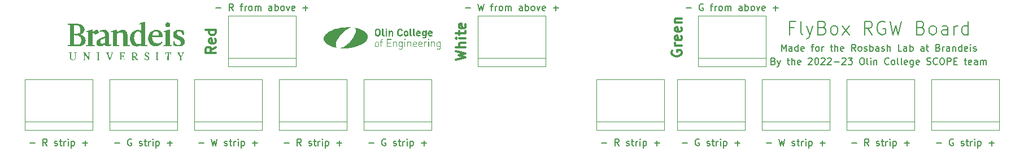
<source format=gto>
G04 #@! TF.GenerationSoftware,KiCad,Pcbnew,(6.0.7)*
G04 #@! TF.CreationDate,2023-03-22T16:33:32-04:00*
G04 #@! TF.ProjectId,RGW LED board,52475720-4c45-4442-9062-6f6172642e6b,rev?*
G04 #@! TF.SameCoordinates,Original*
G04 #@! TF.FileFunction,Legend,Top*
G04 #@! TF.FilePolarity,Positive*
%FSLAX46Y46*%
G04 Gerber Fmt 4.6, Leading zero omitted, Abs format (unit mm)*
G04 Created by KiCad (PCBNEW (6.0.7)) date 2023-03-22 16:33:32*
%MOMM*%
%LPD*%
G01*
G04 APERTURE LIST*
%ADD10C,0.200000*%
%ADD11C,0.300000*%
%ADD12C,0.150000*%
%ADD13C,0.120000*%
G04 APERTURE END LIST*
D10*
X178214571Y-34488380D02*
X178214571Y-33488380D01*
X178547904Y-34202666D01*
X178881238Y-33488380D01*
X178881238Y-34488380D01*
X179786000Y-34488380D02*
X179786000Y-33964571D01*
X179738380Y-33869333D01*
X179643142Y-33821714D01*
X179452666Y-33821714D01*
X179357428Y-33869333D01*
X179786000Y-34440761D02*
X179690761Y-34488380D01*
X179452666Y-34488380D01*
X179357428Y-34440761D01*
X179309809Y-34345523D01*
X179309809Y-34250285D01*
X179357428Y-34155047D01*
X179452666Y-34107428D01*
X179690761Y-34107428D01*
X179786000Y-34059809D01*
X180690761Y-34488380D02*
X180690761Y-33488380D01*
X180690761Y-34440761D02*
X180595523Y-34488380D01*
X180405047Y-34488380D01*
X180309809Y-34440761D01*
X180262190Y-34393142D01*
X180214571Y-34297904D01*
X180214571Y-34012190D01*
X180262190Y-33916952D01*
X180309809Y-33869333D01*
X180405047Y-33821714D01*
X180595523Y-33821714D01*
X180690761Y-33869333D01*
X181547904Y-34440761D02*
X181452666Y-34488380D01*
X181262190Y-34488380D01*
X181166952Y-34440761D01*
X181119333Y-34345523D01*
X181119333Y-33964571D01*
X181166952Y-33869333D01*
X181262190Y-33821714D01*
X181452666Y-33821714D01*
X181547904Y-33869333D01*
X181595523Y-33964571D01*
X181595523Y-34059809D01*
X181119333Y-34155047D01*
X182643142Y-33821714D02*
X183024095Y-33821714D01*
X182786000Y-34488380D02*
X182786000Y-33631238D01*
X182833619Y-33536000D01*
X182928857Y-33488380D01*
X183024095Y-33488380D01*
X183500285Y-34488380D02*
X183405047Y-34440761D01*
X183357428Y-34393142D01*
X183309809Y-34297904D01*
X183309809Y-34012190D01*
X183357428Y-33916952D01*
X183405047Y-33869333D01*
X183500285Y-33821714D01*
X183643142Y-33821714D01*
X183738380Y-33869333D01*
X183786000Y-33916952D01*
X183833619Y-34012190D01*
X183833619Y-34297904D01*
X183786000Y-34393142D01*
X183738380Y-34440761D01*
X183643142Y-34488380D01*
X183500285Y-34488380D01*
X184262190Y-34488380D02*
X184262190Y-33821714D01*
X184262190Y-34012190D02*
X184309809Y-33916952D01*
X184357428Y-33869333D01*
X184452666Y-33821714D01*
X184547904Y-33821714D01*
X185500285Y-33821714D02*
X185881238Y-33821714D01*
X185643142Y-33488380D02*
X185643142Y-34345523D01*
X185690761Y-34440761D01*
X185786000Y-34488380D01*
X185881238Y-34488380D01*
X186214571Y-34488380D02*
X186214571Y-33488380D01*
X186643142Y-34488380D02*
X186643142Y-33964571D01*
X186595523Y-33869333D01*
X186500285Y-33821714D01*
X186357428Y-33821714D01*
X186262190Y-33869333D01*
X186214571Y-33916952D01*
X187500285Y-34440761D02*
X187405047Y-34488380D01*
X187214571Y-34488380D01*
X187119333Y-34440761D01*
X187071714Y-34345523D01*
X187071714Y-33964571D01*
X187119333Y-33869333D01*
X187214571Y-33821714D01*
X187405047Y-33821714D01*
X187500285Y-33869333D01*
X187547904Y-33964571D01*
X187547904Y-34059809D01*
X187071714Y-34155047D01*
X189309809Y-34488380D02*
X188976476Y-34012190D01*
X188738380Y-34488380D02*
X188738380Y-33488380D01*
X189119333Y-33488380D01*
X189214571Y-33536000D01*
X189262190Y-33583619D01*
X189309809Y-33678857D01*
X189309809Y-33821714D01*
X189262190Y-33916952D01*
X189214571Y-33964571D01*
X189119333Y-34012190D01*
X188738380Y-34012190D01*
X189881238Y-34488380D02*
X189786000Y-34440761D01*
X189738380Y-34393142D01*
X189690761Y-34297904D01*
X189690761Y-34012190D01*
X189738380Y-33916952D01*
X189786000Y-33869333D01*
X189881238Y-33821714D01*
X190024095Y-33821714D01*
X190119333Y-33869333D01*
X190166952Y-33916952D01*
X190214571Y-34012190D01*
X190214571Y-34297904D01*
X190166952Y-34393142D01*
X190119333Y-34440761D01*
X190024095Y-34488380D01*
X189881238Y-34488380D01*
X190595523Y-34440761D02*
X190690761Y-34488380D01*
X190881238Y-34488380D01*
X190976476Y-34440761D01*
X191024095Y-34345523D01*
X191024095Y-34297904D01*
X190976476Y-34202666D01*
X190881238Y-34155047D01*
X190738380Y-34155047D01*
X190643142Y-34107428D01*
X190595523Y-34012190D01*
X190595523Y-33964571D01*
X190643142Y-33869333D01*
X190738380Y-33821714D01*
X190881238Y-33821714D01*
X190976476Y-33869333D01*
X191452666Y-34488380D02*
X191452666Y-33488380D01*
X191452666Y-33869333D02*
X191547904Y-33821714D01*
X191738380Y-33821714D01*
X191833619Y-33869333D01*
X191881238Y-33916952D01*
X191928857Y-34012190D01*
X191928857Y-34297904D01*
X191881238Y-34393142D01*
X191833619Y-34440761D01*
X191738380Y-34488380D01*
X191547904Y-34488380D01*
X191452666Y-34440761D01*
X192786000Y-34488380D02*
X192786000Y-33964571D01*
X192738380Y-33869333D01*
X192643142Y-33821714D01*
X192452666Y-33821714D01*
X192357428Y-33869333D01*
X192786000Y-34440761D02*
X192690761Y-34488380D01*
X192452666Y-34488380D01*
X192357428Y-34440761D01*
X192309809Y-34345523D01*
X192309809Y-34250285D01*
X192357428Y-34155047D01*
X192452666Y-34107428D01*
X192690761Y-34107428D01*
X192786000Y-34059809D01*
X193214571Y-34440761D02*
X193309809Y-34488380D01*
X193500285Y-34488380D01*
X193595523Y-34440761D01*
X193643142Y-34345523D01*
X193643142Y-34297904D01*
X193595523Y-34202666D01*
X193500285Y-34155047D01*
X193357428Y-34155047D01*
X193262190Y-34107428D01*
X193214571Y-34012190D01*
X193214571Y-33964571D01*
X193262190Y-33869333D01*
X193357428Y-33821714D01*
X193500285Y-33821714D01*
X193595523Y-33869333D01*
X194071714Y-34488380D02*
X194071714Y-33488380D01*
X194500285Y-34488380D02*
X194500285Y-33964571D01*
X194452666Y-33869333D01*
X194357428Y-33821714D01*
X194214571Y-33821714D01*
X194119333Y-33869333D01*
X194071714Y-33916952D01*
X196214571Y-34488380D02*
X195738380Y-34488380D01*
X195738380Y-33488380D01*
X196976476Y-34488380D02*
X196976476Y-33964571D01*
X196928857Y-33869333D01*
X196833619Y-33821714D01*
X196643142Y-33821714D01*
X196547904Y-33869333D01*
X196976476Y-34440761D02*
X196881238Y-34488380D01*
X196643142Y-34488380D01*
X196547904Y-34440761D01*
X196500285Y-34345523D01*
X196500285Y-34250285D01*
X196547904Y-34155047D01*
X196643142Y-34107428D01*
X196881238Y-34107428D01*
X196976476Y-34059809D01*
X197452666Y-34488380D02*
X197452666Y-33488380D01*
X197452666Y-33869333D02*
X197547904Y-33821714D01*
X197738380Y-33821714D01*
X197833619Y-33869333D01*
X197881238Y-33916952D01*
X197928857Y-34012190D01*
X197928857Y-34297904D01*
X197881238Y-34393142D01*
X197833619Y-34440761D01*
X197738380Y-34488380D01*
X197547904Y-34488380D01*
X197452666Y-34440761D01*
X199547904Y-34488380D02*
X199547904Y-33964571D01*
X199500285Y-33869333D01*
X199405047Y-33821714D01*
X199214571Y-33821714D01*
X199119333Y-33869333D01*
X199547904Y-34440761D02*
X199452666Y-34488380D01*
X199214571Y-34488380D01*
X199119333Y-34440761D01*
X199071714Y-34345523D01*
X199071714Y-34250285D01*
X199119333Y-34155047D01*
X199214571Y-34107428D01*
X199452666Y-34107428D01*
X199547904Y-34059809D01*
X199881238Y-33821714D02*
X200262190Y-33821714D01*
X200024095Y-33488380D02*
X200024095Y-34345523D01*
X200071714Y-34440761D01*
X200166952Y-34488380D01*
X200262190Y-34488380D01*
X201690761Y-33964571D02*
X201833619Y-34012190D01*
X201881238Y-34059809D01*
X201928857Y-34155047D01*
X201928857Y-34297904D01*
X201881238Y-34393142D01*
X201833619Y-34440761D01*
X201738380Y-34488380D01*
X201357428Y-34488380D01*
X201357428Y-33488380D01*
X201690761Y-33488380D01*
X201785999Y-33536000D01*
X201833619Y-33583619D01*
X201881238Y-33678857D01*
X201881238Y-33774095D01*
X201833619Y-33869333D01*
X201785999Y-33916952D01*
X201690761Y-33964571D01*
X201357428Y-33964571D01*
X202357428Y-34488380D02*
X202357428Y-33821714D01*
X202357428Y-34012190D02*
X202405047Y-33916952D01*
X202452666Y-33869333D01*
X202547904Y-33821714D01*
X202643142Y-33821714D01*
X203405047Y-34488380D02*
X203405047Y-33964571D01*
X203357428Y-33869333D01*
X203262190Y-33821714D01*
X203071714Y-33821714D01*
X202976476Y-33869333D01*
X203405047Y-34440761D02*
X203309809Y-34488380D01*
X203071714Y-34488380D01*
X202976476Y-34440761D01*
X202928857Y-34345523D01*
X202928857Y-34250285D01*
X202976476Y-34155047D01*
X203071714Y-34107428D01*
X203309809Y-34107428D01*
X203405047Y-34059809D01*
X203881238Y-33821714D02*
X203881238Y-34488380D01*
X203881238Y-33916952D02*
X203928857Y-33869333D01*
X204024095Y-33821714D01*
X204166952Y-33821714D01*
X204262190Y-33869333D01*
X204309809Y-33964571D01*
X204309809Y-34488380D01*
X205214571Y-34488380D02*
X205214571Y-33488380D01*
X205214571Y-34440761D02*
X205119333Y-34488380D01*
X204928857Y-34488380D01*
X204833619Y-34440761D01*
X204785999Y-34393142D01*
X204738380Y-34297904D01*
X204738380Y-34012190D01*
X204785999Y-33916952D01*
X204833619Y-33869333D01*
X204928857Y-33821714D01*
X205119333Y-33821714D01*
X205214571Y-33869333D01*
X206071714Y-34440761D02*
X205976476Y-34488380D01*
X205785999Y-34488380D01*
X205690761Y-34440761D01*
X205643142Y-34345523D01*
X205643142Y-33964571D01*
X205690761Y-33869333D01*
X205785999Y-33821714D01*
X205976476Y-33821714D01*
X206071714Y-33869333D01*
X206119333Y-33964571D01*
X206119333Y-34059809D01*
X205643142Y-34155047D01*
X206547904Y-34488380D02*
X206547904Y-33821714D01*
X206547904Y-33488380D02*
X206500285Y-33536000D01*
X206547904Y-33583619D01*
X206595523Y-33536000D01*
X206547904Y-33488380D01*
X206547904Y-33583619D01*
X206976476Y-34440761D02*
X207071714Y-34488380D01*
X207262190Y-34488380D01*
X207357428Y-34440761D01*
X207405047Y-34345523D01*
X207405047Y-34297904D01*
X207357428Y-34202666D01*
X207262190Y-34155047D01*
X207119333Y-34155047D01*
X207024095Y-34107428D01*
X206976476Y-34012190D01*
X206976476Y-33964571D01*
X207024095Y-33869333D01*
X207119333Y-33821714D01*
X207262190Y-33821714D01*
X207357428Y-33869333D01*
X177000285Y-35996571D02*
X177143142Y-36044190D01*
X177190761Y-36091809D01*
X177238380Y-36187047D01*
X177238380Y-36329904D01*
X177190761Y-36425142D01*
X177143142Y-36472761D01*
X177047904Y-36520380D01*
X176666952Y-36520380D01*
X176666952Y-35520380D01*
X177000285Y-35520380D01*
X177095523Y-35568000D01*
X177143142Y-35615619D01*
X177190761Y-35710857D01*
X177190761Y-35806095D01*
X177143142Y-35901333D01*
X177095523Y-35948952D01*
X177000285Y-35996571D01*
X176666952Y-35996571D01*
X177571714Y-35853714D02*
X177809809Y-36520380D01*
X178047904Y-35853714D02*
X177809809Y-36520380D01*
X177714571Y-36758476D01*
X177666952Y-36806095D01*
X177571714Y-36853714D01*
X179047904Y-35853714D02*
X179428857Y-35853714D01*
X179190761Y-35520380D02*
X179190761Y-36377523D01*
X179238380Y-36472761D01*
X179333619Y-36520380D01*
X179428857Y-36520380D01*
X179762190Y-36520380D02*
X179762190Y-35520380D01*
X180190761Y-36520380D02*
X180190761Y-35996571D01*
X180143142Y-35901333D01*
X180047904Y-35853714D01*
X179905047Y-35853714D01*
X179809809Y-35901333D01*
X179762190Y-35948952D01*
X181047904Y-36472761D02*
X180952666Y-36520380D01*
X180762190Y-36520380D01*
X180666952Y-36472761D01*
X180619333Y-36377523D01*
X180619333Y-35996571D01*
X180666952Y-35901333D01*
X180762190Y-35853714D01*
X180952666Y-35853714D01*
X181047904Y-35901333D01*
X181095523Y-35996571D01*
X181095523Y-36091809D01*
X180619333Y-36187047D01*
X182238380Y-35615619D02*
X182286000Y-35568000D01*
X182381238Y-35520380D01*
X182619333Y-35520380D01*
X182714571Y-35568000D01*
X182762190Y-35615619D01*
X182809809Y-35710857D01*
X182809809Y-35806095D01*
X182762190Y-35948952D01*
X182190761Y-36520380D01*
X182809809Y-36520380D01*
X183428857Y-35520380D02*
X183524095Y-35520380D01*
X183619333Y-35568000D01*
X183666952Y-35615619D01*
X183714571Y-35710857D01*
X183762190Y-35901333D01*
X183762190Y-36139428D01*
X183714571Y-36329904D01*
X183666952Y-36425142D01*
X183619333Y-36472761D01*
X183524095Y-36520380D01*
X183428857Y-36520380D01*
X183333619Y-36472761D01*
X183286000Y-36425142D01*
X183238380Y-36329904D01*
X183190761Y-36139428D01*
X183190761Y-35901333D01*
X183238380Y-35710857D01*
X183286000Y-35615619D01*
X183333619Y-35568000D01*
X183428857Y-35520380D01*
X184143142Y-35615619D02*
X184190761Y-35568000D01*
X184286000Y-35520380D01*
X184524095Y-35520380D01*
X184619333Y-35568000D01*
X184666952Y-35615619D01*
X184714571Y-35710857D01*
X184714571Y-35806095D01*
X184666952Y-35948952D01*
X184095523Y-36520380D01*
X184714571Y-36520380D01*
X185095523Y-35615619D02*
X185143142Y-35568000D01*
X185238380Y-35520380D01*
X185476476Y-35520380D01*
X185571714Y-35568000D01*
X185619333Y-35615619D01*
X185666952Y-35710857D01*
X185666952Y-35806095D01*
X185619333Y-35948952D01*
X185047904Y-36520380D01*
X185666952Y-36520380D01*
X186095523Y-36139428D02*
X186857428Y-36139428D01*
X187286000Y-35615619D02*
X187333619Y-35568000D01*
X187428857Y-35520380D01*
X187666952Y-35520380D01*
X187762190Y-35568000D01*
X187809809Y-35615619D01*
X187857428Y-35710857D01*
X187857428Y-35806095D01*
X187809809Y-35948952D01*
X187238380Y-36520380D01*
X187857428Y-36520380D01*
X188190761Y-35520380D02*
X188809809Y-35520380D01*
X188476476Y-35901333D01*
X188619333Y-35901333D01*
X188714571Y-35948952D01*
X188762190Y-35996571D01*
X188809809Y-36091809D01*
X188809809Y-36329904D01*
X188762190Y-36425142D01*
X188714571Y-36472761D01*
X188619333Y-36520380D01*
X188333619Y-36520380D01*
X188238380Y-36472761D01*
X188190761Y-36425142D01*
X190190761Y-35520380D02*
X190381238Y-35520380D01*
X190476476Y-35568000D01*
X190571714Y-35663238D01*
X190619333Y-35853714D01*
X190619333Y-36187047D01*
X190571714Y-36377523D01*
X190476476Y-36472761D01*
X190381238Y-36520380D01*
X190190761Y-36520380D01*
X190095523Y-36472761D01*
X190000285Y-36377523D01*
X189952666Y-36187047D01*
X189952666Y-35853714D01*
X190000285Y-35663238D01*
X190095523Y-35568000D01*
X190190761Y-35520380D01*
X191190761Y-36520380D02*
X191095523Y-36472761D01*
X191047904Y-36377523D01*
X191047904Y-35520380D01*
X191571714Y-36520380D02*
X191571714Y-35853714D01*
X191571714Y-35520380D02*
X191524095Y-35568000D01*
X191571714Y-35615619D01*
X191619333Y-35568000D01*
X191571714Y-35520380D01*
X191571714Y-35615619D01*
X192047904Y-35853714D02*
X192047904Y-36520380D01*
X192047904Y-35948952D02*
X192095523Y-35901333D01*
X192190761Y-35853714D01*
X192333619Y-35853714D01*
X192428857Y-35901333D01*
X192476476Y-35996571D01*
X192476476Y-36520380D01*
X194286000Y-36425142D02*
X194238380Y-36472761D01*
X194095523Y-36520380D01*
X194000285Y-36520380D01*
X193857428Y-36472761D01*
X193762190Y-36377523D01*
X193714571Y-36282285D01*
X193666952Y-36091809D01*
X193666952Y-35948952D01*
X193714571Y-35758476D01*
X193762190Y-35663238D01*
X193857428Y-35568000D01*
X194000285Y-35520380D01*
X194095523Y-35520380D01*
X194238380Y-35568000D01*
X194286000Y-35615619D01*
X194857428Y-36520380D02*
X194762190Y-36472761D01*
X194714571Y-36425142D01*
X194666952Y-36329904D01*
X194666952Y-36044190D01*
X194714571Y-35948952D01*
X194762190Y-35901333D01*
X194857428Y-35853714D01*
X195000285Y-35853714D01*
X195095523Y-35901333D01*
X195143142Y-35948952D01*
X195190761Y-36044190D01*
X195190761Y-36329904D01*
X195143142Y-36425142D01*
X195095523Y-36472761D01*
X195000285Y-36520380D01*
X194857428Y-36520380D01*
X195762190Y-36520380D02*
X195666952Y-36472761D01*
X195619333Y-36377523D01*
X195619333Y-35520380D01*
X196286000Y-36520380D02*
X196190761Y-36472761D01*
X196143142Y-36377523D01*
X196143142Y-35520380D01*
X197047904Y-36472761D02*
X196952666Y-36520380D01*
X196762190Y-36520380D01*
X196666952Y-36472761D01*
X196619333Y-36377523D01*
X196619333Y-35996571D01*
X196666952Y-35901333D01*
X196762190Y-35853714D01*
X196952666Y-35853714D01*
X197047904Y-35901333D01*
X197095523Y-35996571D01*
X197095523Y-36091809D01*
X196619333Y-36187047D01*
X197952666Y-35853714D02*
X197952666Y-36663238D01*
X197905047Y-36758476D01*
X197857428Y-36806095D01*
X197762190Y-36853714D01*
X197619333Y-36853714D01*
X197524095Y-36806095D01*
X197952666Y-36472761D02*
X197857428Y-36520380D01*
X197666952Y-36520380D01*
X197571714Y-36472761D01*
X197524095Y-36425142D01*
X197476476Y-36329904D01*
X197476476Y-36044190D01*
X197524095Y-35948952D01*
X197571714Y-35901333D01*
X197666952Y-35853714D01*
X197857428Y-35853714D01*
X197952666Y-35901333D01*
X198809809Y-36472761D02*
X198714571Y-36520380D01*
X198524095Y-36520380D01*
X198428857Y-36472761D01*
X198381238Y-36377523D01*
X198381238Y-35996571D01*
X198428857Y-35901333D01*
X198524095Y-35853714D01*
X198714571Y-35853714D01*
X198809809Y-35901333D01*
X198857428Y-35996571D01*
X198857428Y-36091809D01*
X198381238Y-36187047D01*
X200000285Y-36472761D02*
X200143142Y-36520380D01*
X200381238Y-36520380D01*
X200476476Y-36472761D01*
X200524095Y-36425142D01*
X200571714Y-36329904D01*
X200571714Y-36234666D01*
X200524095Y-36139428D01*
X200476476Y-36091809D01*
X200381238Y-36044190D01*
X200190761Y-35996571D01*
X200095523Y-35948952D01*
X200047904Y-35901333D01*
X200000285Y-35806095D01*
X200000285Y-35710857D01*
X200047904Y-35615619D01*
X200095523Y-35568000D01*
X200190761Y-35520380D01*
X200428857Y-35520380D01*
X200571714Y-35568000D01*
X201571714Y-36425142D02*
X201524095Y-36472761D01*
X201381238Y-36520380D01*
X201285999Y-36520380D01*
X201143142Y-36472761D01*
X201047904Y-36377523D01*
X201000285Y-36282285D01*
X200952666Y-36091809D01*
X200952666Y-35948952D01*
X201000285Y-35758476D01*
X201047904Y-35663238D01*
X201143142Y-35568000D01*
X201285999Y-35520380D01*
X201381238Y-35520380D01*
X201524095Y-35568000D01*
X201571714Y-35615619D01*
X202190761Y-35520380D02*
X202381238Y-35520380D01*
X202476476Y-35568000D01*
X202571714Y-35663238D01*
X202619333Y-35853714D01*
X202619333Y-36187047D01*
X202571714Y-36377523D01*
X202476476Y-36472761D01*
X202381238Y-36520380D01*
X202190761Y-36520380D01*
X202095523Y-36472761D01*
X202000285Y-36377523D01*
X201952666Y-36187047D01*
X201952666Y-35853714D01*
X202000285Y-35663238D01*
X202095523Y-35568000D01*
X202190761Y-35520380D01*
X203047904Y-36520380D02*
X203047904Y-35520380D01*
X203428857Y-35520380D01*
X203524095Y-35568000D01*
X203571714Y-35615619D01*
X203619333Y-35710857D01*
X203619333Y-35853714D01*
X203571714Y-35948952D01*
X203524095Y-35996571D01*
X203428857Y-36044190D01*
X203047904Y-36044190D01*
X204047904Y-35996571D02*
X204381238Y-35996571D01*
X204524095Y-36520380D02*
X204047904Y-36520380D01*
X204047904Y-35520380D01*
X204524095Y-35520380D01*
X205571714Y-35853714D02*
X205952666Y-35853714D01*
X205714571Y-35520380D02*
X205714571Y-36377523D01*
X205762190Y-36472761D01*
X205857428Y-36520380D01*
X205952666Y-36520380D01*
X206666952Y-36472761D02*
X206571714Y-36520380D01*
X206381238Y-36520380D01*
X206285999Y-36472761D01*
X206238380Y-36377523D01*
X206238380Y-35996571D01*
X206285999Y-35901333D01*
X206381238Y-35853714D01*
X206571714Y-35853714D01*
X206666952Y-35901333D01*
X206714571Y-35996571D01*
X206714571Y-36091809D01*
X206238380Y-36187047D01*
X207571714Y-36520380D02*
X207571714Y-35996571D01*
X207524095Y-35901333D01*
X207428857Y-35853714D01*
X207238380Y-35853714D01*
X207143142Y-35901333D01*
X207571714Y-36472761D02*
X207476476Y-36520380D01*
X207238380Y-36520380D01*
X207143142Y-36472761D01*
X207095523Y-36377523D01*
X207095523Y-36282285D01*
X207143142Y-36187047D01*
X207238380Y-36139428D01*
X207476476Y-36139428D01*
X207571714Y-36091809D01*
X208047904Y-36520380D02*
X208047904Y-35853714D01*
X208047904Y-35948952D02*
X208095523Y-35901333D01*
X208190761Y-35853714D01*
X208333619Y-35853714D01*
X208428857Y-35901333D01*
X208476476Y-35996571D01*
X208476476Y-36520380D01*
X208476476Y-35996571D02*
X208524095Y-35901333D01*
X208619333Y-35853714D01*
X208762190Y-35853714D01*
X208857428Y-35901333D01*
X208905047Y-35996571D01*
X208905047Y-36520380D01*
D11*
X129353571Y-35770000D02*
X130853571Y-35412857D01*
X129782142Y-35127142D01*
X130853571Y-34841428D01*
X129353571Y-34484285D01*
X130853571Y-33912857D02*
X129353571Y-33912857D01*
X130853571Y-33270000D02*
X130067857Y-33270000D01*
X129925000Y-33341428D01*
X129853571Y-33484285D01*
X129853571Y-33698571D01*
X129925000Y-33841428D01*
X129996428Y-33912857D01*
X130853571Y-32555714D02*
X129853571Y-32555714D01*
X129353571Y-32555714D02*
X129425000Y-32627142D01*
X129496428Y-32555714D01*
X129425000Y-32484285D01*
X129353571Y-32555714D01*
X129496428Y-32555714D01*
X129853571Y-32055714D02*
X129853571Y-31484285D01*
X129353571Y-31841428D02*
X130639285Y-31841428D01*
X130782142Y-31770000D01*
X130853571Y-31627142D01*
X130853571Y-31484285D01*
X130782142Y-30412857D02*
X130853571Y-30555714D01*
X130853571Y-30841428D01*
X130782142Y-30984285D01*
X130639285Y-31055714D01*
X130067857Y-31055714D01*
X129925000Y-30984285D01*
X129853571Y-30841428D01*
X129853571Y-30555714D01*
X129925000Y-30412857D01*
X130067857Y-30341428D01*
X130210714Y-30341428D01*
X130353571Y-31055714D01*
X161810000Y-34420714D02*
X161738571Y-34563571D01*
X161738571Y-34777857D01*
X161810000Y-34992142D01*
X161952857Y-35135000D01*
X162095714Y-35206428D01*
X162381428Y-35277857D01*
X162595714Y-35277857D01*
X162881428Y-35206428D01*
X163024285Y-35135000D01*
X163167142Y-34992142D01*
X163238571Y-34777857D01*
X163238571Y-34635000D01*
X163167142Y-34420714D01*
X163095714Y-34349285D01*
X162595714Y-34349285D01*
X162595714Y-34635000D01*
X163238571Y-33706428D02*
X162238571Y-33706428D01*
X162524285Y-33706428D02*
X162381428Y-33635000D01*
X162310000Y-33563571D01*
X162238571Y-33420714D01*
X162238571Y-33277857D01*
X163167142Y-32206428D02*
X163238571Y-32349285D01*
X163238571Y-32635000D01*
X163167142Y-32777857D01*
X163024285Y-32849285D01*
X162452857Y-32849285D01*
X162310000Y-32777857D01*
X162238571Y-32635000D01*
X162238571Y-32349285D01*
X162310000Y-32206428D01*
X162452857Y-32135000D01*
X162595714Y-32135000D01*
X162738571Y-32849285D01*
X163167142Y-30920714D02*
X163238571Y-31063571D01*
X163238571Y-31349285D01*
X163167142Y-31492142D01*
X163024285Y-31563571D01*
X162452857Y-31563571D01*
X162310000Y-31492142D01*
X162238571Y-31349285D01*
X162238571Y-31063571D01*
X162310000Y-30920714D01*
X162452857Y-30849285D01*
X162595714Y-30849285D01*
X162738571Y-31563571D01*
X162238571Y-30206428D02*
X163238571Y-30206428D01*
X162381428Y-30206428D02*
X162310000Y-30135000D01*
X162238571Y-29992142D01*
X162238571Y-29777857D01*
X162310000Y-29635000D01*
X162452857Y-29563571D01*
X163238571Y-29563571D01*
X93388571Y-33877142D02*
X92674285Y-34377142D01*
X93388571Y-34734285D02*
X91888571Y-34734285D01*
X91888571Y-34162857D01*
X91960000Y-34020000D01*
X92031428Y-33948571D01*
X92174285Y-33877142D01*
X92388571Y-33877142D01*
X92531428Y-33948571D01*
X92602857Y-34020000D01*
X92674285Y-34162857D01*
X92674285Y-34734285D01*
X93317142Y-32662857D02*
X93388571Y-32805714D01*
X93388571Y-33091428D01*
X93317142Y-33234285D01*
X93174285Y-33305714D01*
X92602857Y-33305714D01*
X92460000Y-33234285D01*
X92388571Y-33091428D01*
X92388571Y-32805714D01*
X92460000Y-32662857D01*
X92602857Y-32591428D01*
X92745714Y-32591428D01*
X92888571Y-33305714D01*
X93388571Y-31305714D02*
X91888571Y-31305714D01*
X93317142Y-31305714D02*
X93388571Y-31448571D01*
X93388571Y-31734285D01*
X93317142Y-31877142D01*
X93245714Y-31948571D01*
X93102857Y-32020000D01*
X92674285Y-32020000D01*
X92531428Y-31948571D01*
X92460000Y-31877142D01*
X92388571Y-31734285D01*
X92388571Y-31448571D01*
X92460000Y-31305714D01*
D10*
X180071714Y-30972142D02*
X179405047Y-30972142D01*
X179405047Y-32019761D02*
X179405047Y-30019761D01*
X180357428Y-30019761D01*
X181405047Y-32019761D02*
X181214571Y-31924523D01*
X181119333Y-31734047D01*
X181119333Y-30019761D01*
X181976476Y-30686428D02*
X182452666Y-32019761D01*
X182928857Y-30686428D02*
X182452666Y-32019761D01*
X182262190Y-32495952D01*
X182166952Y-32591190D01*
X181976476Y-32686428D01*
X184357428Y-30972142D02*
X184643142Y-31067380D01*
X184738380Y-31162619D01*
X184833619Y-31353095D01*
X184833619Y-31638809D01*
X184738380Y-31829285D01*
X184643142Y-31924523D01*
X184452666Y-32019761D01*
X183690761Y-32019761D01*
X183690761Y-30019761D01*
X184357428Y-30019761D01*
X184547904Y-30115000D01*
X184643142Y-30210238D01*
X184738380Y-30400714D01*
X184738380Y-30591190D01*
X184643142Y-30781666D01*
X184547904Y-30876904D01*
X184357428Y-30972142D01*
X183690761Y-30972142D01*
X185976476Y-32019761D02*
X185786000Y-31924523D01*
X185690761Y-31829285D01*
X185595523Y-31638809D01*
X185595523Y-31067380D01*
X185690761Y-30876904D01*
X185786000Y-30781666D01*
X185976476Y-30686428D01*
X186262190Y-30686428D01*
X186452666Y-30781666D01*
X186547904Y-30876904D01*
X186643142Y-31067380D01*
X186643142Y-31638809D01*
X186547904Y-31829285D01*
X186452666Y-31924523D01*
X186262190Y-32019761D01*
X185976476Y-32019761D01*
X187309809Y-32019761D02*
X188357428Y-30686428D01*
X187309809Y-30686428D02*
X188357428Y-32019761D01*
X191786000Y-32019761D02*
X191119333Y-31067380D01*
X190643142Y-32019761D02*
X190643142Y-30019761D01*
X191405047Y-30019761D01*
X191595523Y-30115000D01*
X191690761Y-30210238D01*
X191786000Y-30400714D01*
X191786000Y-30686428D01*
X191690761Y-30876904D01*
X191595523Y-30972142D01*
X191405047Y-31067380D01*
X190643142Y-31067380D01*
X193690761Y-30115000D02*
X193500285Y-30019761D01*
X193214571Y-30019761D01*
X192928857Y-30115000D01*
X192738380Y-30305476D01*
X192643142Y-30495952D01*
X192547904Y-30876904D01*
X192547904Y-31162619D01*
X192643142Y-31543571D01*
X192738380Y-31734047D01*
X192928857Y-31924523D01*
X193214571Y-32019761D01*
X193405047Y-32019761D01*
X193690761Y-31924523D01*
X193786000Y-31829285D01*
X193786000Y-31162619D01*
X193405047Y-31162619D01*
X194452666Y-30019761D02*
X194928857Y-32019761D01*
X195309809Y-30591190D01*
X195690761Y-32019761D01*
X196166952Y-30019761D01*
X199119333Y-30972142D02*
X199405047Y-31067380D01*
X199500285Y-31162619D01*
X199595523Y-31353095D01*
X199595523Y-31638809D01*
X199500285Y-31829285D01*
X199405047Y-31924523D01*
X199214571Y-32019761D01*
X198452666Y-32019761D01*
X198452666Y-30019761D01*
X199119333Y-30019761D01*
X199309809Y-30115000D01*
X199405047Y-30210238D01*
X199500285Y-30400714D01*
X199500285Y-30591190D01*
X199405047Y-30781666D01*
X199309809Y-30876904D01*
X199119333Y-30972142D01*
X198452666Y-30972142D01*
X200738380Y-32019761D02*
X200547904Y-31924523D01*
X200452666Y-31829285D01*
X200357428Y-31638809D01*
X200357428Y-31067380D01*
X200452666Y-30876904D01*
X200547904Y-30781666D01*
X200738380Y-30686428D01*
X201024095Y-30686428D01*
X201214571Y-30781666D01*
X201309809Y-30876904D01*
X201405047Y-31067380D01*
X201405047Y-31638809D01*
X201309809Y-31829285D01*
X201214571Y-31924523D01*
X201024095Y-32019761D01*
X200738380Y-32019761D01*
X203119333Y-32019761D02*
X203119333Y-30972142D01*
X203024095Y-30781666D01*
X202833619Y-30686428D01*
X202452666Y-30686428D01*
X202262190Y-30781666D01*
X203119333Y-31924523D02*
X202928857Y-32019761D01*
X202452666Y-32019761D01*
X202262190Y-31924523D01*
X202166952Y-31734047D01*
X202166952Y-31543571D01*
X202262190Y-31353095D01*
X202452666Y-31257857D01*
X202928857Y-31257857D01*
X203119333Y-31162619D01*
X204071714Y-32019761D02*
X204071714Y-30686428D01*
X204071714Y-31067380D02*
X204166952Y-30876904D01*
X204262190Y-30781666D01*
X204452666Y-30686428D01*
X204643142Y-30686428D01*
X206166952Y-32019761D02*
X206166952Y-30019761D01*
X206166952Y-31924523D02*
X205976476Y-32019761D01*
X205595523Y-32019761D01*
X205405047Y-31924523D01*
X205309809Y-31829285D01*
X205214571Y-31638809D01*
X205214571Y-31067380D01*
X205309809Y-30876904D01*
X205405047Y-30781666D01*
X205595523Y-30686428D01*
X205976476Y-30686428D01*
X206166952Y-30781666D01*
D12*
G04 #@! TO.C,J8*
X163306666Y-48331428D02*
X164068571Y-48331428D01*
X165830476Y-47760000D02*
X165735238Y-47712380D01*
X165592380Y-47712380D01*
X165449523Y-47760000D01*
X165354285Y-47855238D01*
X165306666Y-47950476D01*
X165259047Y-48140952D01*
X165259047Y-48283809D01*
X165306666Y-48474285D01*
X165354285Y-48569523D01*
X165449523Y-48664761D01*
X165592380Y-48712380D01*
X165687619Y-48712380D01*
X165830476Y-48664761D01*
X165878095Y-48617142D01*
X165878095Y-48283809D01*
X165687619Y-48283809D01*
X167020952Y-48664761D02*
X167116190Y-48712380D01*
X167306666Y-48712380D01*
X167401904Y-48664761D01*
X167449523Y-48569523D01*
X167449523Y-48521904D01*
X167401904Y-48426666D01*
X167306666Y-48379047D01*
X167163809Y-48379047D01*
X167068571Y-48331428D01*
X167020952Y-48236190D01*
X167020952Y-48188571D01*
X167068571Y-48093333D01*
X167163809Y-48045714D01*
X167306666Y-48045714D01*
X167401904Y-48093333D01*
X167735238Y-48045714D02*
X168116190Y-48045714D01*
X167878095Y-47712380D02*
X167878095Y-48569523D01*
X167925714Y-48664761D01*
X168020952Y-48712380D01*
X168116190Y-48712380D01*
X168449523Y-48712380D02*
X168449523Y-48045714D01*
X168449523Y-48236190D02*
X168497142Y-48140952D01*
X168544761Y-48093333D01*
X168640000Y-48045714D01*
X168735238Y-48045714D01*
X169068571Y-48712380D02*
X169068571Y-48045714D01*
X169068571Y-47712380D02*
X169020952Y-47760000D01*
X169068571Y-47807619D01*
X169116190Y-47760000D01*
X169068571Y-47712380D01*
X169068571Y-47807619D01*
X169544761Y-48045714D02*
X169544761Y-49045714D01*
X169544761Y-48093333D02*
X169640000Y-48045714D01*
X169830476Y-48045714D01*
X169925714Y-48093333D01*
X169973333Y-48140952D01*
X170020952Y-48236190D01*
X170020952Y-48521904D01*
X169973333Y-48617142D01*
X169925714Y-48664761D01*
X169830476Y-48712380D01*
X169640000Y-48712380D01*
X169544761Y-48664761D01*
X171211428Y-48331428D02*
X171973333Y-48331428D01*
X171592380Y-48712380D02*
X171592380Y-47950476D01*
G04 #@! TO.C,J2*
X201406666Y-48331428D02*
X202168571Y-48331428D01*
X203930476Y-47760000D02*
X203835238Y-47712380D01*
X203692380Y-47712380D01*
X203549523Y-47760000D01*
X203454285Y-47855238D01*
X203406666Y-47950476D01*
X203359047Y-48140952D01*
X203359047Y-48283809D01*
X203406666Y-48474285D01*
X203454285Y-48569523D01*
X203549523Y-48664761D01*
X203692380Y-48712380D01*
X203787619Y-48712380D01*
X203930476Y-48664761D01*
X203978095Y-48617142D01*
X203978095Y-48283809D01*
X203787619Y-48283809D01*
X205120952Y-48664761D02*
X205216190Y-48712380D01*
X205406666Y-48712380D01*
X205501904Y-48664761D01*
X205549523Y-48569523D01*
X205549523Y-48521904D01*
X205501904Y-48426666D01*
X205406666Y-48379047D01*
X205263809Y-48379047D01*
X205168571Y-48331428D01*
X205120952Y-48236190D01*
X205120952Y-48188571D01*
X205168571Y-48093333D01*
X205263809Y-48045714D01*
X205406666Y-48045714D01*
X205501904Y-48093333D01*
X205835238Y-48045714D02*
X206216190Y-48045714D01*
X205978095Y-47712380D02*
X205978095Y-48569523D01*
X206025714Y-48664761D01*
X206120952Y-48712380D01*
X206216190Y-48712380D01*
X206549523Y-48712380D02*
X206549523Y-48045714D01*
X206549523Y-48236190D02*
X206597142Y-48140952D01*
X206644761Y-48093333D01*
X206740000Y-48045714D01*
X206835238Y-48045714D01*
X207168571Y-48712380D02*
X207168571Y-48045714D01*
X207168571Y-47712380D02*
X207120952Y-47760000D01*
X207168571Y-47807619D01*
X207216190Y-47760000D01*
X207168571Y-47712380D01*
X207168571Y-47807619D01*
X207644761Y-48045714D02*
X207644761Y-49045714D01*
X207644761Y-48093333D02*
X207740000Y-48045714D01*
X207930476Y-48045714D01*
X208025714Y-48093333D01*
X208073333Y-48140952D01*
X208120952Y-48236190D01*
X208120952Y-48521904D01*
X208073333Y-48617142D01*
X208025714Y-48664761D01*
X207930476Y-48712380D01*
X207740000Y-48712380D01*
X207644761Y-48664761D01*
X209311428Y-48331428D02*
X210073333Y-48331428D01*
X209692380Y-48712380D02*
X209692380Y-47950476D01*
G04 #@! TO.C,J13*
X78216666Y-48331428D02*
X78978571Y-48331428D01*
X80740476Y-47760000D02*
X80645238Y-47712380D01*
X80502380Y-47712380D01*
X80359523Y-47760000D01*
X80264285Y-47855238D01*
X80216666Y-47950476D01*
X80169047Y-48140952D01*
X80169047Y-48283809D01*
X80216666Y-48474285D01*
X80264285Y-48569523D01*
X80359523Y-48664761D01*
X80502380Y-48712380D01*
X80597619Y-48712380D01*
X80740476Y-48664761D01*
X80788095Y-48617142D01*
X80788095Y-48283809D01*
X80597619Y-48283809D01*
X81930952Y-48664761D02*
X82026190Y-48712380D01*
X82216666Y-48712380D01*
X82311904Y-48664761D01*
X82359523Y-48569523D01*
X82359523Y-48521904D01*
X82311904Y-48426666D01*
X82216666Y-48379047D01*
X82073809Y-48379047D01*
X81978571Y-48331428D01*
X81930952Y-48236190D01*
X81930952Y-48188571D01*
X81978571Y-48093333D01*
X82073809Y-48045714D01*
X82216666Y-48045714D01*
X82311904Y-48093333D01*
X82645238Y-48045714D02*
X83026190Y-48045714D01*
X82788095Y-47712380D02*
X82788095Y-48569523D01*
X82835714Y-48664761D01*
X82930952Y-48712380D01*
X83026190Y-48712380D01*
X83359523Y-48712380D02*
X83359523Y-48045714D01*
X83359523Y-48236190D02*
X83407142Y-48140952D01*
X83454761Y-48093333D01*
X83550000Y-48045714D01*
X83645238Y-48045714D01*
X83978571Y-48712380D02*
X83978571Y-48045714D01*
X83978571Y-47712380D02*
X83930952Y-47760000D01*
X83978571Y-47807619D01*
X84026190Y-47760000D01*
X83978571Y-47712380D01*
X83978571Y-47807619D01*
X84454761Y-48045714D02*
X84454761Y-49045714D01*
X84454761Y-48093333D02*
X84550000Y-48045714D01*
X84740476Y-48045714D01*
X84835714Y-48093333D01*
X84883333Y-48140952D01*
X84930952Y-48236190D01*
X84930952Y-48521904D01*
X84883333Y-48617142D01*
X84835714Y-48664761D01*
X84740476Y-48712380D01*
X84550000Y-48712380D01*
X84454761Y-48664761D01*
X86121428Y-48331428D02*
X86883333Y-48331428D01*
X86502380Y-48712380D02*
X86502380Y-47950476D01*
G04 #@! TO.C,J3*
X93425238Y-28011428D02*
X94187142Y-28011428D01*
X95996666Y-28392380D02*
X95663333Y-27916190D01*
X95425238Y-28392380D02*
X95425238Y-27392380D01*
X95806190Y-27392380D01*
X95901428Y-27440000D01*
X95949047Y-27487619D01*
X95996666Y-27582857D01*
X95996666Y-27725714D01*
X95949047Y-27820952D01*
X95901428Y-27868571D01*
X95806190Y-27916190D01*
X95425238Y-27916190D01*
X97044285Y-27725714D02*
X97425238Y-27725714D01*
X97187142Y-28392380D02*
X97187142Y-27535238D01*
X97234761Y-27440000D01*
X97330000Y-27392380D01*
X97425238Y-27392380D01*
X97758571Y-28392380D02*
X97758571Y-27725714D01*
X97758571Y-27916190D02*
X97806190Y-27820952D01*
X97853809Y-27773333D01*
X97949047Y-27725714D01*
X98044285Y-27725714D01*
X98520476Y-28392380D02*
X98425238Y-28344761D01*
X98377619Y-28297142D01*
X98330000Y-28201904D01*
X98330000Y-27916190D01*
X98377619Y-27820952D01*
X98425238Y-27773333D01*
X98520476Y-27725714D01*
X98663333Y-27725714D01*
X98758571Y-27773333D01*
X98806190Y-27820952D01*
X98853809Y-27916190D01*
X98853809Y-28201904D01*
X98806190Y-28297142D01*
X98758571Y-28344761D01*
X98663333Y-28392380D01*
X98520476Y-28392380D01*
X99282380Y-28392380D02*
X99282380Y-27725714D01*
X99282380Y-27820952D02*
X99330000Y-27773333D01*
X99425238Y-27725714D01*
X99568095Y-27725714D01*
X99663333Y-27773333D01*
X99710952Y-27868571D01*
X99710952Y-28392380D01*
X99710952Y-27868571D02*
X99758571Y-27773333D01*
X99853809Y-27725714D01*
X99996666Y-27725714D01*
X100091904Y-27773333D01*
X100139523Y-27868571D01*
X100139523Y-28392380D01*
X101806190Y-28392380D02*
X101806190Y-27868571D01*
X101758571Y-27773333D01*
X101663333Y-27725714D01*
X101472857Y-27725714D01*
X101377619Y-27773333D01*
X101806190Y-28344761D02*
X101710952Y-28392380D01*
X101472857Y-28392380D01*
X101377619Y-28344761D01*
X101330000Y-28249523D01*
X101330000Y-28154285D01*
X101377619Y-28059047D01*
X101472857Y-28011428D01*
X101710952Y-28011428D01*
X101806190Y-27963809D01*
X102282380Y-28392380D02*
X102282380Y-27392380D01*
X102282380Y-27773333D02*
X102377619Y-27725714D01*
X102568095Y-27725714D01*
X102663333Y-27773333D01*
X102710952Y-27820952D01*
X102758571Y-27916190D01*
X102758571Y-28201904D01*
X102710952Y-28297142D01*
X102663333Y-28344761D01*
X102568095Y-28392380D01*
X102377619Y-28392380D01*
X102282380Y-28344761D01*
X103330000Y-28392380D02*
X103234761Y-28344761D01*
X103187142Y-28297142D01*
X103139523Y-28201904D01*
X103139523Y-27916190D01*
X103187142Y-27820952D01*
X103234761Y-27773333D01*
X103330000Y-27725714D01*
X103472857Y-27725714D01*
X103568095Y-27773333D01*
X103615714Y-27820952D01*
X103663333Y-27916190D01*
X103663333Y-28201904D01*
X103615714Y-28297142D01*
X103568095Y-28344761D01*
X103472857Y-28392380D01*
X103330000Y-28392380D01*
X103996666Y-27725714D02*
X104234761Y-28392380D01*
X104472857Y-27725714D01*
X105234761Y-28344761D02*
X105139523Y-28392380D01*
X104949047Y-28392380D01*
X104853809Y-28344761D01*
X104806190Y-28249523D01*
X104806190Y-27868571D01*
X104853809Y-27773333D01*
X104949047Y-27725714D01*
X105139523Y-27725714D01*
X105234761Y-27773333D01*
X105282380Y-27868571D01*
X105282380Y-27963809D01*
X104806190Y-28059047D01*
X106472857Y-28011428D02*
X107234761Y-28011428D01*
X106853809Y-28392380D02*
X106853809Y-27630476D01*
G04 #@! TO.C,J12*
X188706666Y-48331428D02*
X189468571Y-48331428D01*
X191278095Y-48712380D02*
X190944761Y-48236190D01*
X190706666Y-48712380D02*
X190706666Y-47712380D01*
X191087619Y-47712380D01*
X191182857Y-47760000D01*
X191230476Y-47807619D01*
X191278095Y-47902857D01*
X191278095Y-48045714D01*
X191230476Y-48140952D01*
X191182857Y-48188571D01*
X191087619Y-48236190D01*
X190706666Y-48236190D01*
X192420952Y-48664761D02*
X192516190Y-48712380D01*
X192706666Y-48712380D01*
X192801904Y-48664761D01*
X192849523Y-48569523D01*
X192849523Y-48521904D01*
X192801904Y-48426666D01*
X192706666Y-48379047D01*
X192563809Y-48379047D01*
X192468571Y-48331428D01*
X192420952Y-48236190D01*
X192420952Y-48188571D01*
X192468571Y-48093333D01*
X192563809Y-48045714D01*
X192706666Y-48045714D01*
X192801904Y-48093333D01*
X193135238Y-48045714D02*
X193516190Y-48045714D01*
X193278095Y-47712380D02*
X193278095Y-48569523D01*
X193325714Y-48664761D01*
X193420952Y-48712380D01*
X193516190Y-48712380D01*
X193849523Y-48712380D02*
X193849523Y-48045714D01*
X193849523Y-48236190D02*
X193897142Y-48140952D01*
X193944761Y-48093333D01*
X194040000Y-48045714D01*
X194135238Y-48045714D01*
X194468571Y-48712380D02*
X194468571Y-48045714D01*
X194468571Y-47712380D02*
X194420952Y-47760000D01*
X194468571Y-47807619D01*
X194516190Y-47760000D01*
X194468571Y-47712380D01*
X194468571Y-47807619D01*
X194944761Y-48045714D02*
X194944761Y-49045714D01*
X194944761Y-48093333D02*
X195040000Y-48045714D01*
X195230476Y-48045714D01*
X195325714Y-48093333D01*
X195373333Y-48140952D01*
X195420952Y-48236190D01*
X195420952Y-48521904D01*
X195373333Y-48617142D01*
X195325714Y-48664761D01*
X195230476Y-48712380D01*
X195040000Y-48712380D01*
X194944761Y-48664761D01*
X196611428Y-48331428D02*
X197373333Y-48331428D01*
X196992380Y-48712380D02*
X196992380Y-47950476D01*
G04 #@! TO.C,J7*
X151241666Y-48331428D02*
X152003571Y-48331428D01*
X153813095Y-48712380D02*
X153479761Y-48236190D01*
X153241666Y-48712380D02*
X153241666Y-47712380D01*
X153622619Y-47712380D01*
X153717857Y-47760000D01*
X153765476Y-47807619D01*
X153813095Y-47902857D01*
X153813095Y-48045714D01*
X153765476Y-48140952D01*
X153717857Y-48188571D01*
X153622619Y-48236190D01*
X153241666Y-48236190D01*
X154955952Y-48664761D02*
X155051190Y-48712380D01*
X155241666Y-48712380D01*
X155336904Y-48664761D01*
X155384523Y-48569523D01*
X155384523Y-48521904D01*
X155336904Y-48426666D01*
X155241666Y-48379047D01*
X155098809Y-48379047D01*
X155003571Y-48331428D01*
X154955952Y-48236190D01*
X154955952Y-48188571D01*
X155003571Y-48093333D01*
X155098809Y-48045714D01*
X155241666Y-48045714D01*
X155336904Y-48093333D01*
X155670238Y-48045714D02*
X156051190Y-48045714D01*
X155813095Y-47712380D02*
X155813095Y-48569523D01*
X155860714Y-48664761D01*
X155955952Y-48712380D01*
X156051190Y-48712380D01*
X156384523Y-48712380D02*
X156384523Y-48045714D01*
X156384523Y-48236190D02*
X156432142Y-48140952D01*
X156479761Y-48093333D01*
X156575000Y-48045714D01*
X156670238Y-48045714D01*
X157003571Y-48712380D02*
X157003571Y-48045714D01*
X157003571Y-47712380D02*
X156955952Y-47760000D01*
X157003571Y-47807619D01*
X157051190Y-47760000D01*
X157003571Y-47712380D01*
X157003571Y-47807619D01*
X157479761Y-48045714D02*
X157479761Y-49045714D01*
X157479761Y-48093333D02*
X157575000Y-48045714D01*
X157765476Y-48045714D01*
X157860714Y-48093333D01*
X157908333Y-48140952D01*
X157955952Y-48236190D01*
X157955952Y-48521904D01*
X157908333Y-48617142D01*
X157860714Y-48664761D01*
X157765476Y-48712380D01*
X157575000Y-48712380D01*
X157479761Y-48664761D01*
X159146428Y-48331428D02*
X159908333Y-48331428D01*
X159527380Y-48712380D02*
X159527380Y-47950476D01*
G04 #@! TO.C,J11*
X90845238Y-48331428D02*
X91607142Y-48331428D01*
X92750000Y-47712380D02*
X92988095Y-48712380D01*
X93178571Y-47998095D01*
X93369047Y-48712380D01*
X93607142Y-47712380D01*
X94702380Y-48664761D02*
X94797619Y-48712380D01*
X94988095Y-48712380D01*
X95083333Y-48664761D01*
X95130952Y-48569523D01*
X95130952Y-48521904D01*
X95083333Y-48426666D01*
X94988095Y-48379047D01*
X94845238Y-48379047D01*
X94750000Y-48331428D01*
X94702380Y-48236190D01*
X94702380Y-48188571D01*
X94750000Y-48093333D01*
X94845238Y-48045714D01*
X94988095Y-48045714D01*
X95083333Y-48093333D01*
X95416666Y-48045714D02*
X95797619Y-48045714D01*
X95559523Y-47712380D02*
X95559523Y-48569523D01*
X95607142Y-48664761D01*
X95702380Y-48712380D01*
X95797619Y-48712380D01*
X96130952Y-48712380D02*
X96130952Y-48045714D01*
X96130952Y-48236190D02*
X96178571Y-48140952D01*
X96226190Y-48093333D01*
X96321428Y-48045714D01*
X96416666Y-48045714D01*
X96750000Y-48712380D02*
X96750000Y-48045714D01*
X96750000Y-47712380D02*
X96702380Y-47760000D01*
X96750000Y-47807619D01*
X96797619Y-47760000D01*
X96750000Y-47712380D01*
X96750000Y-47807619D01*
X97226190Y-48045714D02*
X97226190Y-49045714D01*
X97226190Y-48093333D02*
X97321428Y-48045714D01*
X97511904Y-48045714D01*
X97607142Y-48093333D01*
X97654761Y-48140952D01*
X97702380Y-48236190D01*
X97702380Y-48521904D01*
X97654761Y-48617142D01*
X97607142Y-48664761D01*
X97511904Y-48712380D01*
X97321428Y-48712380D01*
X97226190Y-48664761D01*
X98892857Y-48331428D02*
X99654761Y-48331428D01*
X99273809Y-48712380D02*
X99273809Y-47950476D01*
G04 #@! TO.C,J10*
X116316666Y-48331428D02*
X117078571Y-48331428D01*
X118840476Y-47760000D02*
X118745238Y-47712380D01*
X118602380Y-47712380D01*
X118459523Y-47760000D01*
X118364285Y-47855238D01*
X118316666Y-47950476D01*
X118269047Y-48140952D01*
X118269047Y-48283809D01*
X118316666Y-48474285D01*
X118364285Y-48569523D01*
X118459523Y-48664761D01*
X118602380Y-48712380D01*
X118697619Y-48712380D01*
X118840476Y-48664761D01*
X118888095Y-48617142D01*
X118888095Y-48283809D01*
X118697619Y-48283809D01*
X120030952Y-48664761D02*
X120126190Y-48712380D01*
X120316666Y-48712380D01*
X120411904Y-48664761D01*
X120459523Y-48569523D01*
X120459523Y-48521904D01*
X120411904Y-48426666D01*
X120316666Y-48379047D01*
X120173809Y-48379047D01*
X120078571Y-48331428D01*
X120030952Y-48236190D01*
X120030952Y-48188571D01*
X120078571Y-48093333D01*
X120173809Y-48045714D01*
X120316666Y-48045714D01*
X120411904Y-48093333D01*
X120745238Y-48045714D02*
X121126190Y-48045714D01*
X120888095Y-47712380D02*
X120888095Y-48569523D01*
X120935714Y-48664761D01*
X121030952Y-48712380D01*
X121126190Y-48712380D01*
X121459523Y-48712380D02*
X121459523Y-48045714D01*
X121459523Y-48236190D02*
X121507142Y-48140952D01*
X121554761Y-48093333D01*
X121650000Y-48045714D01*
X121745238Y-48045714D01*
X122078571Y-48712380D02*
X122078571Y-48045714D01*
X122078571Y-47712380D02*
X122030952Y-47760000D01*
X122078571Y-47807619D01*
X122126190Y-47760000D01*
X122078571Y-47712380D01*
X122078571Y-47807619D01*
X122554761Y-48045714D02*
X122554761Y-49045714D01*
X122554761Y-48093333D02*
X122650000Y-48045714D01*
X122840476Y-48045714D01*
X122935714Y-48093333D01*
X122983333Y-48140952D01*
X123030952Y-48236190D01*
X123030952Y-48521904D01*
X122983333Y-48617142D01*
X122935714Y-48664761D01*
X122840476Y-48712380D01*
X122650000Y-48712380D01*
X122554761Y-48664761D01*
X124221428Y-48331428D02*
X124983333Y-48331428D01*
X124602380Y-48712380D02*
X124602380Y-47950476D01*
G04 #@! TO.C,J6*
X130818809Y-28011428D02*
X131580714Y-28011428D01*
X132723571Y-27392380D02*
X132961666Y-28392380D01*
X133152142Y-27678095D01*
X133342619Y-28392380D01*
X133580714Y-27392380D01*
X134580714Y-27725714D02*
X134961666Y-27725714D01*
X134723571Y-28392380D02*
X134723571Y-27535238D01*
X134771190Y-27440000D01*
X134866428Y-27392380D01*
X134961666Y-27392380D01*
X135295000Y-28392380D02*
X135295000Y-27725714D01*
X135295000Y-27916190D02*
X135342619Y-27820952D01*
X135390238Y-27773333D01*
X135485476Y-27725714D01*
X135580714Y-27725714D01*
X136056904Y-28392380D02*
X135961666Y-28344761D01*
X135914047Y-28297142D01*
X135866428Y-28201904D01*
X135866428Y-27916190D01*
X135914047Y-27820952D01*
X135961666Y-27773333D01*
X136056904Y-27725714D01*
X136199761Y-27725714D01*
X136295000Y-27773333D01*
X136342619Y-27820952D01*
X136390238Y-27916190D01*
X136390238Y-28201904D01*
X136342619Y-28297142D01*
X136295000Y-28344761D01*
X136199761Y-28392380D01*
X136056904Y-28392380D01*
X136818809Y-28392380D02*
X136818809Y-27725714D01*
X136818809Y-27820952D02*
X136866428Y-27773333D01*
X136961666Y-27725714D01*
X137104523Y-27725714D01*
X137199761Y-27773333D01*
X137247380Y-27868571D01*
X137247380Y-28392380D01*
X137247380Y-27868571D02*
X137295000Y-27773333D01*
X137390238Y-27725714D01*
X137533095Y-27725714D01*
X137628333Y-27773333D01*
X137675952Y-27868571D01*
X137675952Y-28392380D01*
X139342619Y-28392380D02*
X139342619Y-27868571D01*
X139295000Y-27773333D01*
X139199761Y-27725714D01*
X139009285Y-27725714D01*
X138914047Y-27773333D01*
X139342619Y-28344761D02*
X139247380Y-28392380D01*
X139009285Y-28392380D01*
X138914047Y-28344761D01*
X138866428Y-28249523D01*
X138866428Y-28154285D01*
X138914047Y-28059047D01*
X139009285Y-28011428D01*
X139247380Y-28011428D01*
X139342619Y-27963809D01*
X139818809Y-28392380D02*
X139818809Y-27392380D01*
X139818809Y-27773333D02*
X139914047Y-27725714D01*
X140104523Y-27725714D01*
X140199761Y-27773333D01*
X140247380Y-27820952D01*
X140295000Y-27916190D01*
X140295000Y-28201904D01*
X140247380Y-28297142D01*
X140199761Y-28344761D01*
X140104523Y-28392380D01*
X139914047Y-28392380D01*
X139818809Y-28344761D01*
X140866428Y-28392380D02*
X140771190Y-28344761D01*
X140723571Y-28297142D01*
X140675952Y-28201904D01*
X140675952Y-27916190D01*
X140723571Y-27820952D01*
X140771190Y-27773333D01*
X140866428Y-27725714D01*
X141009285Y-27725714D01*
X141104523Y-27773333D01*
X141152142Y-27820952D01*
X141199761Y-27916190D01*
X141199761Y-28201904D01*
X141152142Y-28297142D01*
X141104523Y-28344761D01*
X141009285Y-28392380D01*
X140866428Y-28392380D01*
X141533095Y-27725714D02*
X141771190Y-28392380D01*
X142009285Y-27725714D01*
X142771190Y-28344761D02*
X142675952Y-28392380D01*
X142485476Y-28392380D01*
X142390238Y-28344761D01*
X142342619Y-28249523D01*
X142342619Y-27868571D01*
X142390238Y-27773333D01*
X142485476Y-27725714D01*
X142675952Y-27725714D01*
X142771190Y-27773333D01*
X142818809Y-27868571D01*
X142818809Y-27963809D01*
X142342619Y-28059047D01*
X144009285Y-28011428D02*
X144771190Y-28011428D01*
X144390238Y-28392380D02*
X144390238Y-27630476D01*
G04 #@! TO.C,J9*
X65516666Y-48331428D02*
X66278571Y-48331428D01*
X68088095Y-48712380D02*
X67754761Y-48236190D01*
X67516666Y-48712380D02*
X67516666Y-47712380D01*
X67897619Y-47712380D01*
X67992857Y-47760000D01*
X68040476Y-47807619D01*
X68088095Y-47902857D01*
X68088095Y-48045714D01*
X68040476Y-48140952D01*
X67992857Y-48188571D01*
X67897619Y-48236190D01*
X67516666Y-48236190D01*
X69230952Y-48664761D02*
X69326190Y-48712380D01*
X69516666Y-48712380D01*
X69611904Y-48664761D01*
X69659523Y-48569523D01*
X69659523Y-48521904D01*
X69611904Y-48426666D01*
X69516666Y-48379047D01*
X69373809Y-48379047D01*
X69278571Y-48331428D01*
X69230952Y-48236190D01*
X69230952Y-48188571D01*
X69278571Y-48093333D01*
X69373809Y-48045714D01*
X69516666Y-48045714D01*
X69611904Y-48093333D01*
X69945238Y-48045714D02*
X70326190Y-48045714D01*
X70088095Y-47712380D02*
X70088095Y-48569523D01*
X70135714Y-48664761D01*
X70230952Y-48712380D01*
X70326190Y-48712380D01*
X70659523Y-48712380D02*
X70659523Y-48045714D01*
X70659523Y-48236190D02*
X70707142Y-48140952D01*
X70754761Y-48093333D01*
X70850000Y-48045714D01*
X70945238Y-48045714D01*
X71278571Y-48712380D02*
X71278571Y-48045714D01*
X71278571Y-47712380D02*
X71230952Y-47760000D01*
X71278571Y-47807619D01*
X71326190Y-47760000D01*
X71278571Y-47712380D01*
X71278571Y-47807619D01*
X71754761Y-48045714D02*
X71754761Y-49045714D01*
X71754761Y-48093333D02*
X71850000Y-48045714D01*
X72040476Y-48045714D01*
X72135714Y-48093333D01*
X72183333Y-48140952D01*
X72230952Y-48236190D01*
X72230952Y-48521904D01*
X72183333Y-48617142D01*
X72135714Y-48664761D01*
X72040476Y-48712380D01*
X71850000Y-48712380D01*
X71754761Y-48664761D01*
X73421428Y-48331428D02*
X74183333Y-48331428D01*
X73802380Y-48712380D02*
X73802380Y-47950476D01*
G04 #@! TO.C,J4*
X175935238Y-48331428D02*
X176697142Y-48331428D01*
X177840000Y-47712380D02*
X178078095Y-48712380D01*
X178268571Y-47998095D01*
X178459047Y-48712380D01*
X178697142Y-47712380D01*
X179792380Y-48664761D02*
X179887619Y-48712380D01*
X180078095Y-48712380D01*
X180173333Y-48664761D01*
X180220952Y-48569523D01*
X180220952Y-48521904D01*
X180173333Y-48426666D01*
X180078095Y-48379047D01*
X179935238Y-48379047D01*
X179840000Y-48331428D01*
X179792380Y-48236190D01*
X179792380Y-48188571D01*
X179840000Y-48093333D01*
X179935238Y-48045714D01*
X180078095Y-48045714D01*
X180173333Y-48093333D01*
X180506666Y-48045714D02*
X180887619Y-48045714D01*
X180649523Y-47712380D02*
X180649523Y-48569523D01*
X180697142Y-48664761D01*
X180792380Y-48712380D01*
X180887619Y-48712380D01*
X181220952Y-48712380D02*
X181220952Y-48045714D01*
X181220952Y-48236190D02*
X181268571Y-48140952D01*
X181316190Y-48093333D01*
X181411428Y-48045714D01*
X181506666Y-48045714D01*
X181840000Y-48712380D02*
X181840000Y-48045714D01*
X181840000Y-47712380D02*
X181792380Y-47760000D01*
X181840000Y-47807619D01*
X181887619Y-47760000D01*
X181840000Y-47712380D01*
X181840000Y-47807619D01*
X182316190Y-48045714D02*
X182316190Y-49045714D01*
X182316190Y-48093333D02*
X182411428Y-48045714D01*
X182601904Y-48045714D01*
X182697142Y-48093333D01*
X182744761Y-48140952D01*
X182792380Y-48236190D01*
X182792380Y-48521904D01*
X182744761Y-48617142D01*
X182697142Y-48664761D01*
X182601904Y-48712380D01*
X182411428Y-48712380D01*
X182316190Y-48664761D01*
X183982857Y-48331428D02*
X184744761Y-48331428D01*
X184363809Y-48712380D02*
X184363809Y-47950476D01*
G04 #@! TO.C,J5*
X163910238Y-28011428D02*
X164672142Y-28011428D01*
X166434047Y-27440000D02*
X166338809Y-27392380D01*
X166195952Y-27392380D01*
X166053095Y-27440000D01*
X165957857Y-27535238D01*
X165910238Y-27630476D01*
X165862619Y-27820952D01*
X165862619Y-27963809D01*
X165910238Y-28154285D01*
X165957857Y-28249523D01*
X166053095Y-28344761D01*
X166195952Y-28392380D01*
X166291190Y-28392380D01*
X166434047Y-28344761D01*
X166481666Y-28297142D01*
X166481666Y-27963809D01*
X166291190Y-27963809D01*
X167529285Y-27725714D02*
X167910238Y-27725714D01*
X167672142Y-28392380D02*
X167672142Y-27535238D01*
X167719761Y-27440000D01*
X167815000Y-27392380D01*
X167910238Y-27392380D01*
X168243571Y-28392380D02*
X168243571Y-27725714D01*
X168243571Y-27916190D02*
X168291190Y-27820952D01*
X168338809Y-27773333D01*
X168434047Y-27725714D01*
X168529285Y-27725714D01*
X169005476Y-28392380D02*
X168910238Y-28344761D01*
X168862619Y-28297142D01*
X168815000Y-28201904D01*
X168815000Y-27916190D01*
X168862619Y-27820952D01*
X168910238Y-27773333D01*
X169005476Y-27725714D01*
X169148333Y-27725714D01*
X169243571Y-27773333D01*
X169291190Y-27820952D01*
X169338809Y-27916190D01*
X169338809Y-28201904D01*
X169291190Y-28297142D01*
X169243571Y-28344761D01*
X169148333Y-28392380D01*
X169005476Y-28392380D01*
X169767380Y-28392380D02*
X169767380Y-27725714D01*
X169767380Y-27820952D02*
X169815000Y-27773333D01*
X169910238Y-27725714D01*
X170053095Y-27725714D01*
X170148333Y-27773333D01*
X170195952Y-27868571D01*
X170195952Y-28392380D01*
X170195952Y-27868571D02*
X170243571Y-27773333D01*
X170338809Y-27725714D01*
X170481666Y-27725714D01*
X170576904Y-27773333D01*
X170624523Y-27868571D01*
X170624523Y-28392380D01*
X172291190Y-28392380D02*
X172291190Y-27868571D01*
X172243571Y-27773333D01*
X172148333Y-27725714D01*
X171957857Y-27725714D01*
X171862619Y-27773333D01*
X172291190Y-28344761D02*
X172195952Y-28392380D01*
X171957857Y-28392380D01*
X171862619Y-28344761D01*
X171815000Y-28249523D01*
X171815000Y-28154285D01*
X171862619Y-28059047D01*
X171957857Y-28011428D01*
X172195952Y-28011428D01*
X172291190Y-27963809D01*
X172767380Y-28392380D02*
X172767380Y-27392380D01*
X172767380Y-27773333D02*
X172862619Y-27725714D01*
X173053095Y-27725714D01*
X173148333Y-27773333D01*
X173195952Y-27820952D01*
X173243571Y-27916190D01*
X173243571Y-28201904D01*
X173195952Y-28297142D01*
X173148333Y-28344761D01*
X173053095Y-28392380D01*
X172862619Y-28392380D01*
X172767380Y-28344761D01*
X173815000Y-28392380D02*
X173719761Y-28344761D01*
X173672142Y-28297142D01*
X173624523Y-28201904D01*
X173624523Y-27916190D01*
X173672142Y-27820952D01*
X173719761Y-27773333D01*
X173815000Y-27725714D01*
X173957857Y-27725714D01*
X174053095Y-27773333D01*
X174100714Y-27820952D01*
X174148333Y-27916190D01*
X174148333Y-28201904D01*
X174100714Y-28297142D01*
X174053095Y-28344761D01*
X173957857Y-28392380D01*
X173815000Y-28392380D01*
X174481666Y-27725714D02*
X174719761Y-28392380D01*
X174957857Y-27725714D01*
X175719761Y-28344761D02*
X175624523Y-28392380D01*
X175434047Y-28392380D01*
X175338809Y-28344761D01*
X175291190Y-28249523D01*
X175291190Y-27868571D01*
X175338809Y-27773333D01*
X175434047Y-27725714D01*
X175624523Y-27725714D01*
X175719761Y-27773333D01*
X175767380Y-27868571D01*
X175767380Y-27963809D01*
X175291190Y-28059047D01*
X176957857Y-28011428D02*
X177719761Y-28011428D01*
X177338809Y-28392380D02*
X177338809Y-27630476D01*
G04 #@! TO.C,J1*
X103616666Y-48331428D02*
X104378571Y-48331428D01*
X106188095Y-48712380D02*
X105854761Y-48236190D01*
X105616666Y-48712380D02*
X105616666Y-47712380D01*
X105997619Y-47712380D01*
X106092857Y-47760000D01*
X106140476Y-47807619D01*
X106188095Y-47902857D01*
X106188095Y-48045714D01*
X106140476Y-48140952D01*
X106092857Y-48188571D01*
X105997619Y-48236190D01*
X105616666Y-48236190D01*
X107330952Y-48664761D02*
X107426190Y-48712380D01*
X107616666Y-48712380D01*
X107711904Y-48664761D01*
X107759523Y-48569523D01*
X107759523Y-48521904D01*
X107711904Y-48426666D01*
X107616666Y-48379047D01*
X107473809Y-48379047D01*
X107378571Y-48331428D01*
X107330952Y-48236190D01*
X107330952Y-48188571D01*
X107378571Y-48093333D01*
X107473809Y-48045714D01*
X107616666Y-48045714D01*
X107711904Y-48093333D01*
X108045238Y-48045714D02*
X108426190Y-48045714D01*
X108188095Y-47712380D02*
X108188095Y-48569523D01*
X108235714Y-48664761D01*
X108330952Y-48712380D01*
X108426190Y-48712380D01*
X108759523Y-48712380D02*
X108759523Y-48045714D01*
X108759523Y-48236190D02*
X108807142Y-48140952D01*
X108854761Y-48093333D01*
X108950000Y-48045714D01*
X109045238Y-48045714D01*
X109378571Y-48712380D02*
X109378571Y-48045714D01*
X109378571Y-47712380D02*
X109330952Y-47760000D01*
X109378571Y-47807619D01*
X109426190Y-47760000D01*
X109378571Y-47712380D01*
X109378571Y-47807619D01*
X109854761Y-48045714D02*
X109854761Y-49045714D01*
X109854761Y-48093333D02*
X109950000Y-48045714D01*
X110140476Y-48045714D01*
X110235714Y-48093333D01*
X110283333Y-48140952D01*
X110330952Y-48236190D01*
X110330952Y-48521904D01*
X110283333Y-48617142D01*
X110235714Y-48664761D01*
X110140476Y-48712380D01*
X109950000Y-48712380D01*
X109854761Y-48664761D01*
X111521428Y-48331428D02*
X112283333Y-48331428D01*
X111902380Y-48712380D02*
X111902380Y-47950476D01*
G04 #@! TO.C,G\u002A\u002A\u002A*
G36*
X75868004Y-34704107D02*
G01*
X75930895Y-34706862D01*
X75968046Y-34712382D01*
X75985281Y-34721427D01*
X75988645Y-34731414D01*
X75973154Y-34754421D01*
X75952573Y-34759470D01*
X75924108Y-34761401D01*
X75901973Y-34769967D01*
X75885377Y-34789327D01*
X75873527Y-34823636D01*
X75865632Y-34877054D01*
X75860901Y-34953737D01*
X75858542Y-35057845D01*
X75857763Y-35193534D01*
X75857717Y-35257691D01*
X75858478Y-35389393D01*
X75860626Y-35506942D01*
X75863961Y-35605121D01*
X75868283Y-35678711D01*
X75873390Y-35722496D01*
X75875928Y-35731154D01*
X75907383Y-35761826D01*
X75941391Y-35777041D01*
X75976653Y-35792058D01*
X75988645Y-35807249D01*
X75970834Y-35815196D01*
X75920910Y-35821183D01*
X75844140Y-35824762D01*
X75773549Y-35825596D01*
X75688867Y-35824351D01*
X75619880Y-35820967D01*
X75573970Y-35815969D01*
X75558453Y-35810268D01*
X75573826Y-35793340D01*
X75611590Y-35771673D01*
X75619241Y-35768184D01*
X75680029Y-35741428D01*
X75680029Y-34787525D01*
X75619241Y-34769630D01*
X75578167Y-34751141D01*
X75558698Y-34729791D01*
X75558453Y-34727546D01*
X75567875Y-34716544D01*
X75599303Y-34709211D01*
X75657478Y-34705012D01*
X75747144Y-34703413D01*
X75773549Y-34703358D01*
X75868004Y-34704107D01*
G37*
G36*
X75550723Y-32945184D02*
G01*
X75589416Y-32883680D01*
X75634748Y-32828157D01*
X75690359Y-32776523D01*
X75759892Y-32726686D01*
X75846985Y-32676552D01*
X75955280Y-32624028D01*
X76088417Y-32567023D01*
X76250037Y-32503444D01*
X76443781Y-32431197D01*
X76446892Y-32430058D01*
X76764860Y-32313666D01*
X76770287Y-32139397D01*
X76766888Y-31970700D01*
X76744460Y-31833304D01*
X76701932Y-31725696D01*
X76638231Y-31646361D01*
X76552283Y-31593782D01*
X76443015Y-31566446D01*
X76361021Y-31561500D01*
X76279460Y-31565587D01*
X76197703Y-31576567D01*
X76149827Y-31587548D01*
X76061913Y-31614006D01*
X76013638Y-31537534D01*
X75985602Y-31490999D01*
X75976667Y-31464651D01*
X75985365Y-31447432D01*
X76000118Y-31435650D01*
X76045134Y-31412361D01*
X76117326Y-31385699D01*
X76207001Y-31358614D01*
X76304465Y-31334057D01*
X76391949Y-31316362D01*
X76464842Y-31307895D01*
X76559810Y-31302701D01*
X76661612Y-31301432D01*
X76714139Y-31302609D01*
X76808933Y-31307240D01*
X76878239Y-31314481D01*
X76933978Y-31326822D01*
X76988070Y-31346753D01*
X77039797Y-31370622D01*
X77152794Y-31438633D01*
X77240910Y-31524539D01*
X77313008Y-31637267D01*
X77321791Y-31654609D01*
X77331508Y-31675186D01*
X77339628Y-31696427D01*
X77346335Y-31721815D01*
X77351817Y-31754831D01*
X77356258Y-31798957D01*
X77359845Y-31857675D01*
X77362764Y-31934467D01*
X77365200Y-32032816D01*
X77367341Y-32156203D01*
X77369371Y-32308110D01*
X77371476Y-32492019D01*
X77372739Y-32608512D01*
X77382091Y-33478247D01*
X77774875Y-33496951D01*
X77780714Y-33547566D01*
X77780517Y-33574610D01*
X77768299Y-33596807D01*
X77737514Y-33620217D01*
X77681617Y-33650898D01*
X77653848Y-33665010D01*
X77502399Y-33731236D01*
X77360874Y-33770121D01*
X77217016Y-33784448D01*
X77134414Y-33782972D01*
X77044322Y-33775605D01*
X76982160Y-33763366D01*
X76938552Y-33744167D01*
X76928089Y-33737037D01*
X76853598Y-33662159D01*
X76801356Y-33569455D01*
X76783721Y-33507234D01*
X76771386Y-33434221D01*
X76693307Y-33509670D01*
X76600652Y-33589111D01*
X76496497Y-33662082D01*
X76392578Y-33721141D01*
X76300629Y-33758850D01*
X76299927Y-33759059D01*
X76211020Y-33776791D01*
X76106636Y-33784640D01*
X76001338Y-33782575D01*
X75909691Y-33770565D01*
X75871139Y-33759981D01*
X75744727Y-33696038D01*
X75641112Y-33604547D01*
X75562905Y-33489455D01*
X75512718Y-33354711D01*
X75493160Y-33204260D01*
X75492989Y-33188336D01*
X75495169Y-33108342D01*
X75504245Y-33049604D01*
X75507994Y-33039460D01*
X76103993Y-33039460D01*
X76112880Y-33145860D01*
X76137600Y-33220681D01*
X76192391Y-33301128D01*
X76269028Y-33352580D01*
X76364892Y-33374341D01*
X76477364Y-33365714D01*
X76575566Y-33337204D01*
X76641626Y-33308988D01*
X76700368Y-33278040D01*
X76725900Y-33261031D01*
X76774212Y-33223028D01*
X76774212Y-32531175D01*
X76733722Y-32544027D01*
X76681318Y-32563440D01*
X76607768Y-32594252D01*
X76522039Y-32632299D01*
X76433096Y-32673419D01*
X76349907Y-32713451D01*
X76281439Y-32748232D01*
X76236658Y-32773600D01*
X76231172Y-32777293D01*
X76165071Y-32846021D01*
X76122034Y-32936462D01*
X76103993Y-33039460D01*
X75507994Y-33039460D01*
X75524022Y-32996095D01*
X75550723Y-32945184D01*
G37*
G36*
X71571261Y-33472673D02*
G01*
X71571915Y-33388079D01*
X71572515Y-33274537D01*
X71573054Y-33134867D01*
X71573521Y-32971889D01*
X71573908Y-32788423D01*
X71574206Y-32587289D01*
X71574407Y-32371307D01*
X71574500Y-32143297D01*
X71574506Y-32068809D01*
X71574506Y-30593907D01*
X71406171Y-30569779D01*
X71237835Y-30545650D01*
X71237835Y-30380042D01*
X72084190Y-30387345D01*
X72285091Y-30389146D01*
X72452353Y-30390896D01*
X72589743Y-30392783D01*
X72701029Y-30394994D01*
X72789978Y-30397716D01*
X72860359Y-30401137D01*
X72915939Y-30405444D01*
X72960485Y-30410825D01*
X72997766Y-30417467D01*
X73031549Y-30425558D01*
X73065601Y-30435285D01*
X73069170Y-30436356D01*
X73252034Y-30502653D01*
X73401806Y-30582254D01*
X73520994Y-30676971D01*
X73612104Y-30788615D01*
X73650372Y-30856296D01*
X73710291Y-31016810D01*
X73734441Y-31177885D01*
X73724211Y-31335758D01*
X73680991Y-31486670D01*
X73606170Y-31626858D01*
X73501136Y-31752561D01*
X73367279Y-31860018D01*
X73256577Y-31922655D01*
X73126928Y-31985368D01*
X73256989Y-32036395D01*
X73442179Y-32124781D01*
X73595185Y-32232107D01*
X73716228Y-32358627D01*
X73805528Y-32504594D01*
X73863306Y-32670260D01*
X73878527Y-32747697D01*
X73886424Y-32915664D01*
X73859735Y-33080036D01*
X73801241Y-33235505D01*
X73713725Y-33376769D01*
X73599970Y-33498521D01*
X73462757Y-33595457D01*
X73423032Y-33616208D01*
X73368365Y-33642555D01*
X73319140Y-33664802D01*
X73271702Y-33683323D01*
X73222396Y-33698488D01*
X73167568Y-33710671D01*
X73103561Y-33720243D01*
X73026722Y-33727577D01*
X72933394Y-33733045D01*
X72819923Y-33737019D01*
X72682654Y-33739871D01*
X72517932Y-33741974D01*
X72322101Y-33743700D01*
X72159006Y-33744923D01*
X71237835Y-33751694D01*
X71237835Y-33675758D01*
X71238859Y-33628462D01*
X71241421Y-33601898D01*
X71242511Y-33599797D01*
X71261741Y-33596769D01*
X71309081Y-33588706D01*
X71375806Y-33577101D01*
X71406171Y-33571767D01*
X71478237Y-33559159D01*
X71534431Y-33549490D01*
X71566027Y-33544255D01*
X71569830Y-33543737D01*
X71570458Y-33528101D01*
X72172803Y-33528101D01*
X72495562Y-33521597D01*
X72615962Y-33518746D01*
X72705995Y-33515182D01*
X72772703Y-33510058D01*
X72823126Y-33502521D01*
X72864306Y-33491723D01*
X72903284Y-33476812D01*
X72917221Y-33470684D01*
X73031447Y-33399460D01*
X73122558Y-33299635D01*
X73188777Y-33173331D01*
X73204485Y-33127453D01*
X73226997Y-33020460D01*
X73237354Y-32896521D01*
X73235901Y-32767682D01*
X73222983Y-32645990D01*
X73198946Y-32543494D01*
X73186851Y-32511819D01*
X73120286Y-32395768D01*
X73031306Y-32301046D01*
X72917411Y-32226297D01*
X72776101Y-32170159D01*
X72604874Y-32131274D01*
X72451816Y-32112301D01*
X72309758Y-32099653D01*
X72270623Y-32007023D01*
X72248770Y-31947406D01*
X72245957Y-31915427D01*
X72253697Y-31907595D01*
X72281165Y-31903671D01*
X72336482Y-31898769D01*
X72410128Y-31893674D01*
X72453593Y-31891149D01*
X72613699Y-31872987D01*
X72754486Y-31837942D01*
X72869235Y-31787887D01*
X72904246Y-31765582D01*
X72978168Y-31691861D01*
X73037367Y-31590184D01*
X73079272Y-31467975D01*
X73101314Y-31332658D01*
X73101323Y-31196362D01*
X73077703Y-31033291D01*
X73035231Y-30900443D01*
X72972274Y-30794829D01*
X72887195Y-30713462D01*
X72812698Y-30668887D01*
X72768068Y-30647973D01*
X72728550Y-30633519D01*
X72685778Y-30624338D01*
X72631389Y-30619239D01*
X72557017Y-30617036D01*
X72454297Y-30616540D01*
X72444241Y-30616539D01*
X72182386Y-30616539D01*
X72177595Y-32072320D01*
X72172803Y-33528101D01*
X71570458Y-33528101D01*
X71570563Y-33525499D01*
X71571261Y-33472673D01*
G37*
G36*
X72451427Y-34704651D02*
G01*
X72509476Y-34708860D01*
X72538242Y-34716483D01*
X72542724Y-34725878D01*
X72520927Y-34745948D01*
X72478818Y-34763011D01*
X72477891Y-34763254D01*
X72427512Y-34789820D01*
X72409279Y-34820225D01*
X72405502Y-34852454D01*
X72402218Y-34914897D01*
X72399660Y-35000361D01*
X72398060Y-35101655D01*
X72397632Y-35180309D01*
X72396295Y-35291696D01*
X72392829Y-35395463D01*
X72387670Y-35483481D01*
X72381257Y-35547620D01*
X72376520Y-35573031D01*
X72340379Y-35648474D01*
X72279661Y-35722754D01*
X72205765Y-35784467D01*
X72130095Y-35822213D01*
X72126212Y-35823339D01*
X72019294Y-35840746D01*
X71904559Y-35839578D01*
X71801148Y-35820229D01*
X71789602Y-35816422D01*
X71705292Y-35769166D01*
X71631547Y-35695242D01*
X71577483Y-35605364D01*
X71557166Y-35543247D01*
X71550433Y-35492976D01*
X71544662Y-35413863D01*
X71540263Y-35314469D01*
X71537648Y-35203356D01*
X71537098Y-35125567D01*
X71536683Y-35002282D01*
X71534663Y-34911220D01*
X71529877Y-34847197D01*
X71521165Y-34805031D01*
X71507363Y-34779537D01*
X71487313Y-34765534D01*
X71459851Y-34757838D01*
X71454480Y-34756806D01*
X71420847Y-34740509D01*
X71410838Y-34726738D01*
X71416486Y-34716218D01*
X71444690Y-34709164D01*
X71499936Y-34705072D01*
X71586709Y-34703442D01*
X71619708Y-34703358D01*
X71728373Y-34705516D01*
X71799947Y-34712007D01*
X71834496Y-34722855D01*
X71832088Y-34738085D01*
X71792791Y-34757723D01*
X71780137Y-34762312D01*
X71730962Y-34793820D01*
X71712592Y-34827016D01*
X71709321Y-34859972D01*
X71707302Y-34923251D01*
X71706604Y-35009786D01*
X71707296Y-35112510D01*
X71708948Y-35203902D01*
X71712177Y-35325859D01*
X71715920Y-35416909D01*
X71720953Y-35483556D01*
X71728052Y-35532301D01*
X71737994Y-35569645D01*
X71751552Y-35602091D01*
X71757973Y-35614791D01*
X71804357Y-35682189D01*
X71864132Y-35726031D01*
X71943880Y-35749182D01*
X72050181Y-35754505D01*
X72077038Y-35753601D01*
X72145981Y-35733127D01*
X72210565Y-35682920D01*
X72263769Y-35610557D01*
X72298574Y-35523617D01*
X72301435Y-35511384D01*
X72308644Y-35459663D01*
X72314366Y-35383602D01*
X72318546Y-35290747D01*
X72321127Y-35188641D01*
X72322052Y-35084832D01*
X72321265Y-34986863D01*
X72318709Y-34902280D01*
X72314329Y-34838627D01*
X72308066Y-34803451D01*
X72306757Y-34800760D01*
X72278546Y-34778549D01*
X72238122Y-34762332D01*
X72197382Y-34745144D01*
X72177370Y-34725718D01*
X72184979Y-34714891D01*
X72218995Y-34707880D01*
X72283307Y-34704209D01*
X72360073Y-34703358D01*
X72451427Y-34704651D01*
G37*
G36*
X83162593Y-34687499D02*
G01*
X83291433Y-34717825D01*
X83292548Y-34718204D01*
X83386067Y-34750118D01*
X83397919Y-34881045D01*
X83401678Y-34965789D01*
X83395711Y-35017210D01*
X83381610Y-35034418D01*
X83360963Y-35016520D01*
X83335363Y-34962624D01*
X83321793Y-34923741D01*
X83278155Y-34841741D01*
X83211408Y-34785856D01*
X83127392Y-34760515D01*
X83105116Y-34759470D01*
X83019840Y-34773396D01*
X82958800Y-34813329D01*
X82925109Y-34876498D01*
X82919318Y-34924766D01*
X82928600Y-34987292D01*
X82959444Y-35041307D01*
X83016348Y-35091587D01*
X83103810Y-35142908D01*
X83142916Y-35162211D01*
X83219375Y-35204308D01*
X83293161Y-35254221D01*
X83347441Y-35300346D01*
X83390805Y-35349227D01*
X83414351Y-35392572D01*
X83425564Y-35447422D01*
X83429000Y-35486072D01*
X83425153Y-35596452D01*
X83394353Y-35683367D01*
X83334536Y-35751278D01*
X83293209Y-35779437D01*
X83215855Y-35811083D01*
X83118757Y-35831737D01*
X83018619Y-35838827D01*
X82946524Y-35832820D01*
X82898877Y-35820891D01*
X82838502Y-35801844D01*
X82822614Y-35796229D01*
X82772321Y-35773780D01*
X82746810Y-35746225D01*
X82734292Y-35700590D01*
X82733975Y-35698692D01*
X82723650Y-35612730D01*
X82722436Y-35541338D01*
X82729899Y-35491572D01*
X82745604Y-35470488D01*
X82748051Y-35470221D01*
X82769022Y-35486655D01*
X82784725Y-35527110D01*
X82785513Y-35531009D01*
X82815994Y-35619294D01*
X82867487Y-35692705D01*
X82932311Y-35740514D01*
X82936981Y-35742554D01*
X83032927Y-35767658D01*
X83118733Y-35761939D01*
X83189178Y-35728293D01*
X83239038Y-35669613D01*
X83263089Y-35588794D01*
X83264492Y-35561072D01*
X83252915Y-35498663D01*
X83215771Y-35441906D01*
X83149440Y-35387043D01*
X83050304Y-35330320D01*
X83034521Y-35322468D01*
X82921151Y-35261320D01*
X82839889Y-35203219D01*
X82786256Y-35143416D01*
X82755771Y-35077164D01*
X82744982Y-35015633D01*
X82752173Y-34911136D01*
X82789688Y-34823650D01*
X82853507Y-34755361D01*
X82939610Y-34708450D01*
X83043979Y-34685102D01*
X83162593Y-34687499D01*
G37*
G36*
X78594498Y-31256564D02*
G01*
X78602751Y-31297599D01*
X78608413Y-31370264D01*
X78611265Y-31448913D01*
X78616553Y-31654705D01*
X78719463Y-31581653D01*
X78890554Y-31473943D01*
X79063113Y-31391118D01*
X79233613Y-31333346D01*
X79398529Y-31300792D01*
X79554335Y-31293623D01*
X79697505Y-31312005D01*
X79824514Y-31356105D01*
X79931835Y-31426089D01*
X80014894Y-31520523D01*
X80047011Y-31576562D01*
X80082348Y-31649090D01*
X80104707Y-31701369D01*
X80115133Y-31728266D01*
X80123818Y-31754118D01*
X80130950Y-31782521D01*
X80136717Y-31817070D01*
X80141307Y-31861360D01*
X80144908Y-31918987D01*
X80147708Y-31993547D01*
X80149896Y-32088634D01*
X80151659Y-32207844D01*
X80153185Y-32354773D01*
X80154663Y-32533015D01*
X80155761Y-32677185D01*
X80162268Y-33540776D01*
X80296554Y-33562337D01*
X80384339Y-33576719D01*
X80441706Y-33588549D01*
X80475120Y-33601504D01*
X80491050Y-33619260D01*
X80495961Y-33645495D01*
X80496303Y-33675899D01*
X80496303Y-33749455D01*
X79543751Y-33749455D01*
X79538400Y-32837636D01*
X79537092Y-32628211D01*
X79535750Y-32452861D01*
X79534235Y-32308255D01*
X79532412Y-32191061D01*
X79530143Y-32097946D01*
X79527290Y-32025578D01*
X79523718Y-31970626D01*
X79519289Y-31929758D01*
X79513865Y-31899641D01*
X79507311Y-31876942D01*
X79499489Y-31858331D01*
X79498010Y-31855309D01*
X79460252Y-31798250D01*
X79412937Y-31749545D01*
X79405286Y-31743724D01*
X79331086Y-31710768D01*
X79231669Y-31695742D01*
X79114290Y-31698006D01*
X78986206Y-31716921D01*
X78854672Y-31751847D01*
X78726945Y-31802144D01*
X78723292Y-31803863D01*
X78607201Y-31858765D01*
X78607201Y-33538579D01*
X78752157Y-33561843D01*
X78844685Y-33578182D01*
X78905847Y-33594078D01*
X78941496Y-33612889D01*
X78957481Y-33637972D01*
X78959651Y-33672685D01*
X78958993Y-33680558D01*
X78953225Y-33740103D01*
X78481103Y-33745100D01*
X78008981Y-33750096D01*
X78004152Y-32678973D01*
X77999322Y-31607849D01*
X77843932Y-31602400D01*
X77688541Y-31596950D01*
X77700059Y-31458218D01*
X78130250Y-31351454D01*
X78252453Y-31321325D01*
X78363093Y-31294422D01*
X78456825Y-31272017D01*
X78528303Y-31255377D01*
X78572180Y-31245772D01*
X78583209Y-31243907D01*
X78594498Y-31256564D01*
G37*
G36*
X86509335Y-31261293D02*
G01*
X86511295Y-31313676D01*
X86513105Y-31397075D01*
X86514732Y-31508294D01*
X86516143Y-31644136D01*
X86517306Y-31801406D01*
X86518189Y-31976907D01*
X86518758Y-32167444D01*
X86518981Y-32369820D01*
X86518984Y-32391299D01*
X86518984Y-33539475D01*
X86645235Y-33561951D01*
X86731509Y-33577531D01*
X86787345Y-33589839D01*
X86819058Y-33602555D01*
X86832967Y-33619361D01*
X86835388Y-33643939D01*
X86833309Y-33671552D01*
X86827599Y-33740103D01*
X86196340Y-33745028D01*
X85565081Y-33749952D01*
X85565081Y-33676148D01*
X85565663Y-33640554D01*
X85571693Y-33616278D01*
X85589592Y-33599636D01*
X85625783Y-33586946D01*
X85686689Y-33574525D01*
X85766148Y-33560836D01*
X85901752Y-33537720D01*
X85901752Y-31598498D01*
X85583785Y-31598498D01*
X85583785Y-31534137D01*
X85587469Y-31488511D01*
X85596474Y-31462270D01*
X85597813Y-31461154D01*
X85618559Y-31454961D01*
X85669637Y-31441720D01*
X85744951Y-31422893D01*
X85838406Y-31399940D01*
X85943906Y-31374323D01*
X86055355Y-31347504D01*
X86166658Y-31320943D01*
X86271719Y-31296103D01*
X86364444Y-31274444D01*
X86438735Y-31257428D01*
X86488498Y-31246516D01*
X86507258Y-31243122D01*
X86509335Y-31261293D01*
G37*
G36*
X81195013Y-34712999D02*
G01*
X81278628Y-34714429D01*
X81338693Y-34717836D01*
X81382136Y-34724060D01*
X81415885Y-34733941D01*
X81446868Y-34748316D01*
X81467050Y-34759470D01*
X81528160Y-34804433D01*
X81575681Y-34857733D01*
X81583950Y-34871402D01*
X81610446Y-34951562D01*
X81617748Y-35044286D01*
X81604583Y-35129551D01*
X81600997Y-35139851D01*
X81576674Y-35181482D01*
X81538542Y-35226320D01*
X81497297Y-35263596D01*
X81463636Y-35282540D01*
X81458648Y-35283181D01*
X81428629Y-35293351D01*
X81404676Y-35308025D01*
X81391839Y-35320542D01*
X81389178Y-35336972D01*
X81399437Y-35362950D01*
X81425357Y-35404110D01*
X81469684Y-35466085D01*
X81504779Y-35513614D01*
X81563911Y-35590334D01*
X81622124Y-35660686D01*
X81672208Y-35716244D01*
X81703515Y-35745950D01*
X81742757Y-35780160D01*
X81765709Y-35805774D01*
X81768173Y-35811568D01*
X81751061Y-35818520D01*
X81706070Y-35823537D01*
X81642717Y-35825590D01*
X81638817Y-35825596D01*
X81589641Y-35825345D01*
X81550854Y-35821948D01*
X81517971Y-35811445D01*
X81486509Y-35789872D01*
X81451985Y-35753267D01*
X81409915Y-35697668D01*
X81355814Y-35619113D01*
X81285200Y-35513638D01*
X81284309Y-35512305D01*
X81230143Y-35433540D01*
X81190223Y-35382003D01*
X81159847Y-35352666D01*
X81134312Y-35340505D01*
X81122404Y-35339293D01*
X81101239Y-35340519D01*
X81087770Y-35348795D01*
X81080258Y-35371016D01*
X81076964Y-35414078D01*
X81076148Y-35484878D01*
X81076126Y-35522758D01*
X81078440Y-35624007D01*
X81086668Y-35693893D01*
X81102738Y-35738250D01*
X81128579Y-35762910D01*
X81158744Y-35772582D01*
X81192384Y-35788521D01*
X81202387Y-35802216D01*
X81196783Y-35812546D01*
X81168920Y-35819545D01*
X81114359Y-35823688D01*
X81028661Y-35825451D01*
X80984165Y-35825596D01*
X80896467Y-35824261D01*
X80824868Y-35820614D01*
X80776418Y-35815191D01*
X80758167Y-35808531D01*
X80758159Y-35808378D01*
X80774286Y-35792800D01*
X80813205Y-35779074D01*
X80814426Y-35778802D01*
X80860782Y-35759151D01*
X80889242Y-35731786D01*
X80894962Y-35702592D01*
X80899870Y-35640978D01*
X80903765Y-35551927D01*
X80906447Y-35440423D01*
X80907715Y-35311448D01*
X80907791Y-35269868D01*
X80907773Y-35264477D01*
X81076126Y-35264477D01*
X81179927Y-35264477D01*
X81249678Y-35259280D01*
X81312854Y-35246016D01*
X81338594Y-35236104D01*
X81399097Y-35185207D01*
X81436788Y-35112154D01*
X81449623Y-35025901D01*
X81435558Y-34935406D01*
X81417445Y-34890658D01*
X81377131Y-34832862D01*
X81321535Y-34797513D01*
X81242980Y-34780926D01*
X81183674Y-34778449D01*
X81076126Y-34778174D01*
X81076126Y-35264477D01*
X80907773Y-35264477D01*
X80907303Y-35119544D01*
X80905299Y-35002366D01*
X80900962Y-34914078D01*
X80893478Y-34850425D01*
X80882033Y-34807151D01*
X80865811Y-34780001D01*
X80863203Y-34778174D01*
X80843999Y-34764719D01*
X80815781Y-34757049D01*
X80809430Y-34756073D01*
X80778687Y-34744518D01*
X80772303Y-34731414D01*
X80792450Y-34724140D01*
X80846406Y-34718472D01*
X80930599Y-34714627D01*
X81041456Y-34712821D01*
X81080919Y-34712710D01*
X81195013Y-34712999D01*
G37*
G36*
X82846688Y-30064340D02*
G01*
X82847707Y-30117429D01*
X82848669Y-30202744D01*
X82849563Y-30317694D01*
X82850378Y-30459689D01*
X82851104Y-30626137D01*
X82851728Y-30814447D01*
X82852241Y-31022028D01*
X82852632Y-31246290D01*
X82852888Y-31484642D01*
X82853000Y-31734492D01*
X82853004Y-31793199D01*
X82853004Y-33540331D01*
X82988608Y-33562115D01*
X83076736Y-33576547D01*
X83134425Y-33588390D01*
X83168121Y-33601301D01*
X83184267Y-33618937D01*
X83189309Y-33644954D01*
X83189676Y-33676220D01*
X83189676Y-33750097D01*
X82717400Y-33745100D01*
X82245125Y-33740103D01*
X82235532Y-32823608D01*
X82233027Y-32603763D01*
X82230427Y-32418430D01*
X82227625Y-32264716D01*
X82224517Y-32139724D01*
X82220995Y-32040560D01*
X82216955Y-31964328D01*
X82212290Y-31908133D01*
X82206896Y-31869081D01*
X82200666Y-31844276D01*
X82199670Y-31841649D01*
X82131664Y-31710030D01*
X82046769Y-31610807D01*
X81946014Y-31544680D01*
X81830429Y-31512348D01*
X81715782Y-31512580D01*
X81581038Y-31546516D01*
X81461111Y-31613800D01*
X81358439Y-31712478D01*
X81275458Y-31840599D01*
X81256510Y-31880518D01*
X81217379Y-31981625D01*
X81189801Y-32085644D01*
X81172334Y-32201527D01*
X81163535Y-32338227D01*
X81161766Y-32468232D01*
X81163186Y-32586673D01*
X81167656Y-32678583D01*
X81176319Y-32754789D01*
X81190319Y-32826119D01*
X81205854Y-32885968D01*
X81267746Y-33052909D01*
X81351679Y-33190322D01*
X81457210Y-33297703D01*
X81583895Y-33374552D01*
X81663174Y-33403844D01*
X81773002Y-33425067D01*
X81889937Y-33428880D01*
X81997528Y-33415290D01*
X82038144Y-33403632D01*
X82093142Y-33386858D01*
X82125290Y-33390180D01*
X82146126Y-33418965D01*
X82161430Y-33460976D01*
X82171304Y-33505961D01*
X82164196Y-33543299D01*
X82135572Y-33579760D01*
X82080898Y-33622118D01*
X82032000Y-33654266D01*
X81882694Y-33728550D01*
X81714592Y-33775683D01*
X81536324Y-33793954D01*
X81375390Y-33784456D01*
X81208622Y-33743031D01*
X81055515Y-33668024D01*
X80917931Y-33561351D01*
X80797731Y-33424929D01*
X80696777Y-33260672D01*
X80616928Y-33070498D01*
X80587364Y-32973240D01*
X80564400Y-32858389D01*
X80549754Y-32721851D01*
X80543591Y-32575328D01*
X80546075Y-32430519D01*
X80557370Y-32299125D01*
X80576505Y-32197025D01*
X80647587Y-31998645D01*
X80748894Y-31819001D01*
X80877741Y-31661430D01*
X81031442Y-31529274D01*
X81189709Y-31434376D01*
X81343440Y-31367132D01*
X81486935Y-31324975D01*
X81634604Y-31304853D01*
X81800859Y-31303714D01*
X81805581Y-31303911D01*
X81910811Y-31310517D01*
X81991690Y-31321512D01*
X82061219Y-31339275D01*
X82122098Y-31361884D01*
X82182581Y-31386508D01*
X82227721Y-31404253D01*
X82248152Y-31411441D01*
X82248350Y-31411458D01*
X82250020Y-31393586D01*
X82251517Y-31343300D01*
X82252775Y-31265593D01*
X82253730Y-31165459D01*
X82254317Y-31047891D01*
X82254477Y-30941099D01*
X82254477Y-30470740D01*
X82095493Y-30482961D01*
X81936509Y-30495181D01*
X81936509Y-30328527D01*
X82259153Y-30226208D01*
X82425722Y-30173568D01*
X82567751Y-30129061D01*
X82683010Y-30093374D01*
X82769268Y-30067192D01*
X82824293Y-30051199D01*
X82845622Y-30046067D01*
X82846688Y-30064340D01*
G37*
G36*
X88557031Y-34704925D02*
G01*
X88614505Y-34709122D01*
X88646979Y-34715195D01*
X88651237Y-34718597D01*
X88636063Y-34735925D01*
X88598720Y-34758896D01*
X88590449Y-34763007D01*
X88565796Y-34778028D01*
X88542160Y-34801384D01*
X88516331Y-34838268D01*
X88485103Y-34893877D01*
X88445270Y-34973404D01*
X88394057Y-35081119D01*
X88258453Y-35370063D01*
X88258453Y-35733985D01*
X88324671Y-35761653D01*
X88364105Y-35783339D01*
X88380573Y-35803188D01*
X88379679Y-35807458D01*
X88357793Y-35814430D01*
X88307982Y-35819817D01*
X88239702Y-35823493D01*
X88162409Y-35825333D01*
X88085558Y-35825211D01*
X88018604Y-35823001D01*
X87971003Y-35818578D01*
X87952955Y-35813127D01*
X87941529Y-35789077D01*
X87964425Y-35771494D01*
X87996906Y-35762876D01*
X88043752Y-35741402D01*
X88073344Y-35696395D01*
X88087810Y-35623267D01*
X88090118Y-35562116D01*
X88088345Y-35526713D01*
X88081446Y-35490358D01*
X88067046Y-35447531D01*
X88042775Y-35392714D01*
X88006257Y-35320390D01*
X87955122Y-35225039D01*
X87909163Y-35141282D01*
X87851281Y-35038507D01*
X87796570Y-34945381D01*
X87748539Y-34867566D01*
X87710695Y-34810727D01*
X87686548Y-34780528D01*
X87684715Y-34778945D01*
X87651600Y-34748940D01*
X87643011Y-34727836D01*
X87661848Y-34714199D01*
X87711010Y-34706596D01*
X87793399Y-34703592D01*
X87837614Y-34703358D01*
X87927297Y-34704218D01*
X87985639Y-34707373D01*
X88018677Y-34713687D01*
X88032451Y-34724021D01*
X88034006Y-34731414D01*
X88018354Y-34754250D01*
X87996011Y-34759470D01*
X87960267Y-34771119D01*
X87947711Y-34786323D01*
X87952459Y-34811544D01*
X87972416Y-34863047D01*
X88004736Y-34934356D01*
X88046570Y-35018992D01*
X88068553Y-35061237D01*
X88199700Y-35309298D01*
X88313245Y-35078588D01*
X88354797Y-34992320D01*
X88389526Y-34916713D01*
X88414356Y-34858733D01*
X88426211Y-34825342D01*
X88426789Y-34821508D01*
X88411909Y-34795185D01*
X88375601Y-34766107D01*
X88370795Y-34763276D01*
X88333134Y-34738200D01*
X88314977Y-34718951D01*
X88314684Y-34717386D01*
X88331939Y-34711208D01*
X88378259Y-34706419D01*
X88445306Y-34703713D01*
X88482901Y-34703358D01*
X88557031Y-34704925D01*
G37*
G36*
X74905097Y-31247482D02*
G01*
X74914773Y-31263647D01*
X74920062Y-31299122D01*
X74922212Y-31360655D01*
X74922518Y-31420810D01*
X74923422Y-31497165D01*
X74925852Y-31557084D01*
X74929383Y-31592443D01*
X74931776Y-31598498D01*
X74949704Y-31587589D01*
X74988824Y-31558695D01*
X75041417Y-31517565D01*
X75053506Y-31507866D01*
X75158769Y-31427297D01*
X75247257Y-31370782D01*
X75327310Y-31334647D01*
X75407263Y-31315223D01*
X75495457Y-31308836D01*
X75505579Y-31308772D01*
X75586641Y-31310792D01*
X75641510Y-31318554D01*
X75681234Y-31334229D01*
X75700815Y-31347150D01*
X75771498Y-31413325D01*
X75814402Y-31490315D01*
X75836028Y-31589839D01*
X75836189Y-31591256D01*
X75843375Y-31656300D01*
X75845113Y-31704922D01*
X75836979Y-31741929D01*
X75814550Y-31772128D01*
X75773400Y-31800326D01*
X75709107Y-31831329D01*
X75617245Y-31869945D01*
X75556891Y-31894721D01*
X75460729Y-31933697D01*
X75375846Y-31967038D01*
X75308623Y-31992323D01*
X75265438Y-32007128D01*
X75253360Y-32009985D01*
X75237695Y-31993018D01*
X75236551Y-31941890D01*
X75236739Y-31939845D01*
X75232969Y-31855204D01*
X75206689Y-31788247D01*
X75161060Y-31746904D01*
X75159496Y-31746174D01*
X75124597Y-31737147D01*
X75082230Y-31743423D01*
X75020133Y-31766856D01*
X75018840Y-31767411D01*
X74922518Y-31808848D01*
X74922518Y-33539475D01*
X75048770Y-33561951D01*
X75134336Y-33577418D01*
X75189713Y-33589797D01*
X75221461Y-33602988D01*
X75236139Y-33620890D01*
X75240309Y-33647403D01*
X75240486Y-33675899D01*
X75240486Y-33749455D01*
X74607668Y-33749455D01*
X74457372Y-33749099D01*
X74319104Y-33748088D01*
X74197283Y-33746508D01*
X74096327Y-33744443D01*
X74020655Y-33741980D01*
X73974687Y-33739203D01*
X73962381Y-33736985D01*
X73951852Y-33707684D01*
X73950809Y-33663671D01*
X73958393Y-33624111D01*
X73968096Y-33609496D01*
X73990800Y-33602837D01*
X74039668Y-33591765D01*
X74104029Y-33578389D01*
X74173211Y-33564820D01*
X74236543Y-33553169D01*
X74283354Y-33545546D01*
X74300611Y-33543737D01*
X74301509Y-33525606D01*
X74302350Y-33473541D01*
X74303118Y-33391013D01*
X74303797Y-33281495D01*
X74304368Y-33148460D01*
X74304816Y-32995380D01*
X74305123Y-32825729D01*
X74305274Y-32642979D01*
X74305287Y-32571104D01*
X74305287Y-31598498D01*
X73985061Y-31598498D01*
X73996671Y-31458218D01*
X74426863Y-31351428D01*
X74549760Y-31321221D01*
X74661762Y-31294264D01*
X74757364Y-31271834D01*
X74831062Y-31255211D01*
X74877352Y-31245673D01*
X74889786Y-31243880D01*
X74905097Y-31247482D01*
G37*
G36*
X88019372Y-31296356D02*
G01*
X88138151Y-31306516D01*
X88199047Y-31315996D01*
X88260612Y-31329919D01*
X88335523Y-31349821D01*
X88414504Y-31372850D01*
X88488277Y-31396152D01*
X88547566Y-31416876D01*
X88583095Y-31432167D01*
X88588162Y-31435668D01*
X88593646Y-31457744D01*
X88600276Y-31509413D01*
X88607524Y-31583040D01*
X88614860Y-31670993D01*
X88621755Y-31765637D01*
X88627682Y-31859339D01*
X88632112Y-31944465D01*
X88634515Y-32013382D01*
X88634363Y-32058456D01*
X88632232Y-32072049D01*
X88606323Y-32080617D01*
X88559743Y-32082104D01*
X88549526Y-32081401D01*
X88512768Y-32076281D01*
X88487598Y-32063372D01*
X88466793Y-32034747D01*
X88443125Y-31982486D01*
X88430161Y-31950505D01*
X88354380Y-31795317D01*
X88265085Y-31674549D01*
X88161530Y-31587458D01*
X88042970Y-31533304D01*
X88000280Y-31522504D01*
X87878009Y-31511277D01*
X87768624Y-31528525D01*
X87676518Y-31571393D01*
X87606089Y-31637026D01*
X87561733Y-31722568D01*
X87547731Y-31816420D01*
X87560916Y-31906792D01*
X87601901Y-31987337D01*
X87672949Y-32060232D01*
X87776321Y-32127656D01*
X87914280Y-32191788D01*
X87953600Y-32207242D01*
X88176618Y-32301657D01*
X88362830Y-32400623D01*
X88512148Y-32504080D01*
X88624481Y-32611966D01*
X88697869Y-32720484D01*
X88751898Y-32866614D01*
X88771322Y-33018193D01*
X88757210Y-33169423D01*
X88710635Y-33314507D01*
X88632667Y-33447646D01*
X88545726Y-33544146D01*
X88418200Y-33637892D01*
X88264475Y-33710707D01*
X88090352Y-33761028D01*
X87901633Y-33787298D01*
X87704122Y-33787954D01*
X87654078Y-33783936D01*
X87407337Y-33742919D01*
X87177589Y-33670097D01*
X87070751Y-33627737D01*
X87058295Y-33515584D01*
X87052127Y-33450843D01*
X87044964Y-33361386D01*
X87037765Y-33259851D01*
X87032382Y-33174308D01*
X87018925Y-32945184D01*
X87105269Y-32945184D01*
X87158814Y-32947341D01*
X87186414Y-32957814D01*
X87199460Y-32982605D01*
X87202881Y-32996620D01*
X87254104Y-33167758D01*
X87325854Y-33309214D01*
X87417306Y-33420196D01*
X87527632Y-33499909D01*
X87656006Y-33547562D01*
X87792968Y-33562415D01*
X87895653Y-33555406D01*
X87974870Y-33531736D01*
X88042338Y-33487439D01*
X88059055Y-33472381D01*
X88128071Y-33387780D01*
X88163476Y-33292974D01*
X88170277Y-33216391D01*
X88153903Y-33103596D01*
X88103758Y-33005861D01*
X88057215Y-32953341D01*
X88024770Y-32930065D01*
X87964620Y-32894213D01*
X87882898Y-32849157D01*
X87785739Y-32798268D01*
X87679278Y-32744915D01*
X87667076Y-32738950D01*
X87537793Y-32674817D01*
X87436802Y-32621853D01*
X87358035Y-32576438D01*
X87295424Y-32534949D01*
X87242900Y-32493768D01*
X87215892Y-32469731D01*
X87133521Y-32385430D01*
X87076135Y-32304147D01*
X87039819Y-32216204D01*
X87020655Y-32111921D01*
X87014728Y-31981620D01*
X87014707Y-31972577D01*
X87015613Y-31880551D01*
X87019613Y-31815327D01*
X87028516Y-31766322D01*
X87044132Y-31722950D01*
X87064401Y-31681915D01*
X87151576Y-31556287D01*
X87268133Y-31452503D01*
X87412093Y-31372016D01*
X87552405Y-31323566D01*
X87643893Y-31306867D01*
X87760227Y-31296672D01*
X87889392Y-31293121D01*
X88019372Y-31296356D01*
G37*
G36*
X79781695Y-34848313D02*
G01*
X79781239Y-34929442D01*
X79772102Y-34974865D01*
X79754653Y-34984326D01*
X79729260Y-34957568D01*
X79700900Y-34904425D01*
X79668773Y-34848958D01*
X79628451Y-34812065D01*
X79572198Y-34790325D01*
X79492279Y-34780314D01*
X79416148Y-34778449D01*
X79261841Y-34778174D01*
X79261841Y-35227069D01*
X79350685Y-35226793D01*
X79443363Y-35216931D01*
X79506696Y-35186870D01*
X79543863Y-35134886D01*
X79549150Y-35119284D01*
X79567656Y-35078268D01*
X79589646Y-35058952D01*
X79591866Y-35058733D01*
X79603699Y-35067087D01*
X79611402Y-35095720D01*
X79615665Y-35149991D01*
X79617182Y-35235258D01*
X79617216Y-35255125D01*
X79616356Y-35344808D01*
X79613201Y-35403150D01*
X79606887Y-35436188D01*
X79596553Y-35449962D01*
X79589160Y-35451517D01*
X79564334Y-35437842D01*
X79561104Y-35425983D01*
X79550247Y-35394504D01*
X79523957Y-35353246D01*
X79522339Y-35351167D01*
X79495405Y-35322887D01*
X79463459Y-35308033D01*
X79413960Y-35302476D01*
X79372707Y-35301885D01*
X79261841Y-35301885D01*
X79261841Y-35750780D01*
X79446149Y-35750780D01*
X79532420Y-35750021D01*
X79590219Y-35746590D01*
X79628470Y-35738757D01*
X79656099Y-35724793D01*
X79679192Y-35705614D01*
X79716574Y-35660433D01*
X79739680Y-35613555D01*
X79740063Y-35612095D01*
X79757950Y-35576247D01*
X79779082Y-35563741D01*
X79793546Y-35571558D01*
X79800686Y-35599618D01*
X79801671Y-35654829D01*
X79800435Y-35689992D01*
X79794904Y-35816244D01*
X79369389Y-35821271D01*
X79231928Y-35822147D01*
X79117259Y-35821354D01*
X79028850Y-35818992D01*
X78970169Y-35815166D01*
X78944683Y-35809976D01*
X78943873Y-35808729D01*
X78960003Y-35792904D01*
X78998928Y-35779072D01*
X79000141Y-35778802D01*
X79046496Y-35759151D01*
X79074956Y-35731786D01*
X79080677Y-35702592D01*
X79085584Y-35640978D01*
X79089479Y-35551927D01*
X79092161Y-35440423D01*
X79093430Y-35311448D01*
X79093505Y-35269868D01*
X79093018Y-35119544D01*
X79091013Y-35002366D01*
X79086676Y-34914078D01*
X79079192Y-34850425D01*
X79067747Y-34807151D01*
X79051526Y-34780001D01*
X79029713Y-34764719D01*
X79001495Y-34757049D01*
X78995144Y-34756073D01*
X78964352Y-34744513D01*
X78957901Y-34731414D01*
X78977992Y-34724844D01*
X79033068Y-34719580D01*
X79120726Y-34715731D01*
X79238564Y-34713407D01*
X79369389Y-34712710D01*
X79776200Y-34712710D01*
X79781695Y-34848313D01*
G37*
G36*
X84728760Y-34705554D02*
G01*
X84799998Y-34712134D01*
X84834206Y-34723082D01*
X84831343Y-34738384D01*
X84791368Y-34758026D01*
X84781388Y-34761619D01*
X84738257Y-34788291D01*
X84716179Y-34821434D01*
X84711775Y-34857140D01*
X84708507Y-34922519D01*
X84706332Y-35010750D01*
X84705205Y-35115013D01*
X84705080Y-35228488D01*
X84705914Y-35344356D01*
X84707662Y-35455796D01*
X84710280Y-35555988D01*
X84713723Y-35638113D01*
X84717946Y-35695350D01*
X84722038Y-35719137D01*
X84753470Y-35759310D01*
X84787502Y-35776823D01*
X84830473Y-35791437D01*
X84837900Y-35804122D01*
X84811620Y-35814341D01*
X84753471Y-35821558D01*
X84665289Y-35825236D01*
X84620530Y-35825596D01*
X84535848Y-35824351D01*
X84466860Y-35820967D01*
X84420950Y-35815969D01*
X84405434Y-35810268D01*
X84420806Y-35793340D01*
X84458571Y-35771673D01*
X84466222Y-35768184D01*
X84527010Y-35741428D01*
X84527010Y-34787525D01*
X84466222Y-34769630D01*
X84425148Y-34751141D01*
X84405679Y-34729791D01*
X84405434Y-34727546D01*
X84414856Y-34716544D01*
X84446284Y-34709211D01*
X84504459Y-34705012D01*
X84594125Y-34703413D01*
X84620530Y-34703358D01*
X84728760Y-34705554D01*
G37*
G36*
X77277735Y-34705410D02*
G01*
X77351488Y-34711614D01*
X77388452Y-34722038D01*
X77388828Y-34736752D01*
X77352811Y-34755826D01*
X77335331Y-34762272D01*
X77292769Y-34786372D01*
X77279287Y-34823262D01*
X77279219Y-34827106D01*
X77285237Y-34853736D01*
X77301777Y-34908500D01*
X77326566Y-34984905D01*
X77357332Y-35076462D01*
X77391803Y-35176679D01*
X77427708Y-35279066D01*
X77462773Y-35377130D01*
X77494728Y-35464383D01*
X77521299Y-35534331D01*
X77540216Y-35580485D01*
X77548340Y-35595944D01*
X77556786Y-35582425D01*
X77574073Y-35539228D01*
X77598215Y-35472484D01*
X77627222Y-35388320D01*
X77659107Y-35292866D01*
X77691880Y-35192250D01*
X77723555Y-35092602D01*
X77752142Y-35000050D01*
X77775653Y-34920723D01*
X77792101Y-34860751D01*
X77799496Y-34826261D01*
X77799596Y-34821431D01*
X77779150Y-34789646D01*
X77741914Y-34763267D01*
X77700685Y-34739094D01*
X77693305Y-34721820D01*
X77720588Y-34711086D01*
X77783344Y-34706535D01*
X77868490Y-34707356D01*
X77959550Y-34712633D01*
X78018863Y-34721608D01*
X78045035Y-34733616D01*
X78036672Y-34747991D01*
X77992380Y-34764067D01*
X77989052Y-34764941D01*
X77967301Y-34771870D01*
X77948409Y-34783068D01*
X77930378Y-34802686D01*
X77911208Y-34834878D01*
X77888901Y-34883796D01*
X77861456Y-34953592D01*
X77826875Y-35048420D01*
X77783158Y-35172432D01*
X77757566Y-35245773D01*
X77702309Y-35404610D01*
X77658070Y-35531717D01*
X77623299Y-35630594D01*
X77596445Y-35704744D01*
X77575957Y-35757669D01*
X77560283Y-35792871D01*
X77547874Y-35813852D01*
X77537177Y-35824113D01*
X77526643Y-35827157D01*
X77514720Y-35826486D01*
X77500779Y-35825596D01*
X77456012Y-35816185D01*
X77430047Y-35781075D01*
X77427312Y-35774160D01*
X77415414Y-35742476D01*
X77392465Y-35681365D01*
X77360565Y-35596418D01*
X77321814Y-35493229D01*
X77278314Y-35377390D01*
X77249960Y-35301885D01*
X77194855Y-35155406D01*
X77150939Y-35039966D01*
X77116306Y-34951561D01*
X77089049Y-34886190D01*
X77067262Y-34839850D01*
X77049038Y-34808539D01*
X77032470Y-34788254D01*
X77015651Y-34774993D01*
X76996675Y-34764754D01*
X76993304Y-34763125D01*
X76955257Y-34741171D01*
X76946325Y-34724880D01*
X76968339Y-34713621D01*
X77023130Y-34706766D01*
X77112530Y-34703683D01*
X77166995Y-34703358D01*
X77277735Y-34705410D01*
G37*
G36*
X83484841Y-31821191D02*
G01*
X83615660Y-31661691D01*
X83770157Y-31526845D01*
X83944734Y-31420938D01*
X83970707Y-31408602D01*
X84123785Y-31350080D01*
X84282193Y-31314774D01*
X84458154Y-31300208D01*
X84509052Y-31299510D01*
X84711367Y-31312367D01*
X84887923Y-31351917D01*
X85039690Y-31418682D01*
X85167635Y-31513182D01*
X85272729Y-31635939D01*
X85335660Y-31743867D01*
X85364815Y-31803924D01*
X85384558Y-31851220D01*
X85396722Y-31895586D01*
X85403143Y-31946850D01*
X85405656Y-32014840D01*
X85406096Y-32109386D01*
X85406097Y-32121157D01*
X85406097Y-32356009D01*
X84634558Y-32360892D01*
X83863019Y-32365776D01*
X83863344Y-32463764D01*
X83877663Y-32622822D01*
X83917162Y-32781062D01*
X83978206Y-32928909D01*
X84057163Y-33056790D01*
X84112911Y-33121244D01*
X84225536Y-33210143D01*
X84361751Y-33278782D01*
X84510866Y-33321873D01*
X84523088Y-33324069D01*
X84662030Y-33332731D01*
X84806479Y-33315126D01*
X84946933Y-33274224D01*
X85073891Y-33212996D01*
X85177854Y-33134411D01*
X85198741Y-33112841D01*
X85238659Y-33071360D01*
X85269200Y-33044496D01*
X85279796Y-33038797D01*
X85302368Y-33049539D01*
X85339985Y-33075909D01*
X85348136Y-33082310D01*
X85402400Y-33125730D01*
X85338881Y-33245876D01*
X85247113Y-33385886D01*
X85129503Y-33513178D01*
X84993531Y-33621924D01*
X84846677Y-33706295D01*
X84696422Y-33760464D01*
X84671045Y-33766256D01*
X84549141Y-33782018D01*
X84408429Y-33785100D01*
X84265111Y-33776002D01*
X84135390Y-33755220D01*
X84109943Y-33749040D01*
X83919566Y-33680649D01*
X83749181Y-33581352D01*
X83600671Y-33452979D01*
X83475919Y-33297358D01*
X83376811Y-33116317D01*
X83328588Y-32990647D01*
X83305794Y-32917748D01*
X83290373Y-32856301D01*
X83280936Y-32795549D01*
X83276093Y-32724733D01*
X83274455Y-32633096D01*
X83274415Y-32571104D01*
X83276882Y-32437039D01*
X83284121Y-32331559D01*
X83296922Y-32246053D01*
X83308619Y-32197025D01*
X83336366Y-32122209D01*
X83866995Y-32122209D01*
X84814630Y-32122209D01*
X84827407Y-32037001D01*
X84834638Y-31894121D01*
X84811867Y-31768219D01*
X84760067Y-31662169D01*
X84680211Y-31578846D01*
X84669806Y-31571227D01*
X84621177Y-31540414D01*
X84576410Y-31523880D01*
X84520303Y-31517598D01*
X84465728Y-31517147D01*
X84323164Y-31535967D01*
X84195046Y-31587972D01*
X84083850Y-31670905D01*
X83992046Y-31782510D01*
X83922110Y-31920532D01*
X83883659Y-32048044D01*
X83866995Y-32122209D01*
X83336366Y-32122209D01*
X83381295Y-32001064D01*
X83484841Y-31821191D01*
G37*
G36*
X74045201Y-35016649D02*
G01*
X74108930Y-35120377D01*
X74170215Y-35219376D01*
X74224786Y-35306802D01*
X74268371Y-35375813D01*
X74296301Y-35418968D01*
X74355684Y-35507995D01*
X74366636Y-35185168D01*
X74370272Y-35050279D01*
X74370232Y-34947953D01*
X74365639Y-34873451D01*
X74355617Y-34822034D01*
X74339290Y-34788963D01*
X74315781Y-34769498D01*
X74287970Y-34759745D01*
X74250295Y-34743245D01*
X74234975Y-34726222D01*
X74241734Y-34714973D01*
X74273872Y-34707806D01*
X74335694Y-34704147D01*
X74406600Y-34703358D01*
X74495124Y-34704744D01*
X74551190Y-34709340D01*
X74579664Y-34717802D01*
X74585847Y-34727546D01*
X74569771Y-34748622D01*
X74530521Y-34767924D01*
X74525059Y-34769630D01*
X74464271Y-34787525D01*
X74459297Y-35307724D01*
X74454323Y-35827922D01*
X74395613Y-35822083D01*
X74377136Y-35818477D01*
X74358539Y-35809180D01*
X74337179Y-35790715D01*
X74310412Y-35759606D01*
X74275593Y-35712377D01*
X74230079Y-35645551D01*
X74171225Y-35555651D01*
X74096388Y-35439202D01*
X74054325Y-35373345D01*
X73980510Y-35257920D01*
X73912910Y-35152727D01*
X73854225Y-35061924D01*
X73807150Y-34989668D01*
X73774385Y-34940117D01*
X73758627Y-34917427D01*
X73757957Y-34916656D01*
X73754018Y-34930418D01*
X73750517Y-34976549D01*
X73747625Y-35050012D01*
X73745511Y-35145768D01*
X73744344Y-35258780D01*
X73744168Y-35326073D01*
X73744168Y-35749279D01*
X73818371Y-35771511D01*
X73861832Y-35788533D01*
X73882774Y-35804855D01*
X73882731Y-35809669D01*
X73861315Y-35816776D01*
X73813677Y-35821751D01*
X73749590Y-35824579D01*
X73678830Y-35825243D01*
X73611169Y-35823727D01*
X73556382Y-35820015D01*
X73524243Y-35814092D01*
X73519720Y-35810268D01*
X73535092Y-35793340D01*
X73572857Y-35771673D01*
X73580508Y-35768184D01*
X73641296Y-35741428D01*
X73641296Y-34787525D01*
X73580508Y-34769630D01*
X73539433Y-34751141D01*
X73519965Y-34729791D01*
X73519720Y-34727546D01*
X73530386Y-34715206D01*
X73565628Y-34707566D01*
X73630318Y-34703921D01*
X73686602Y-34703358D01*
X73853484Y-34703358D01*
X74045201Y-35016649D01*
G37*
G36*
X86258120Y-30151948D02*
G01*
X86353063Y-30182062D01*
X86437653Y-30236812D01*
X86506423Y-30313458D01*
X86553904Y-30409263D01*
X86574627Y-30521488D01*
X86575095Y-30541867D01*
X86558192Y-30650436D01*
X86511413Y-30744423D01*
X86440656Y-30820187D01*
X86351819Y-30874084D01*
X86250798Y-30902473D01*
X86143492Y-30901710D01*
X86042032Y-30871099D01*
X85946906Y-30808821D01*
X85878818Y-30726284D01*
X85838534Y-30629855D01*
X85826818Y-30525904D01*
X85844435Y-30420799D01*
X85892149Y-30320907D01*
X85965869Y-30236799D01*
X86059054Y-30176578D01*
X86158294Y-30149207D01*
X86258120Y-30151948D01*
G37*
G36*
X86687319Y-34845196D02*
G01*
X86685406Y-34922176D01*
X86679229Y-34965820D01*
X86668135Y-34980023D01*
X86664799Y-34979528D01*
X86644839Y-34957759D01*
X86627639Y-34915491D01*
X86627161Y-34913682D01*
X86591384Y-34844084D01*
X86529090Y-34797786D01*
X86445632Y-34778506D01*
X86431983Y-34778174D01*
X86350027Y-34778174D01*
X86355013Y-35267493D01*
X86360000Y-35756812D01*
X86421883Y-35777639D01*
X86459041Y-35794591D01*
X86471536Y-35809764D01*
X86470202Y-35812031D01*
X86446949Y-35818012D01*
X86396914Y-35822197D01*
X86329010Y-35824622D01*
X86252149Y-35825323D01*
X86175245Y-35824337D01*
X86107211Y-35821698D01*
X86056959Y-35817444D01*
X86033403Y-35811609D01*
X86032680Y-35810268D01*
X86048052Y-35793340D01*
X86085817Y-35771673D01*
X86093468Y-35768184D01*
X86154256Y-35741428D01*
X86164240Y-34778174D01*
X86070404Y-34778174D01*
X85986360Y-34789664D01*
X85926862Y-34826915D01*
X85885908Y-34894094D01*
X85879725Y-34910595D01*
X85857977Y-34948998D01*
X85832190Y-34965211D01*
X85831916Y-34965213D01*
X85814971Y-34958463D01*
X85809890Y-34932488D01*
X85815005Y-34878706D01*
X85815042Y-34878435D01*
X85822373Y-34815509D01*
X85826559Y-34761271D01*
X85826936Y-34747507D01*
X85826936Y-34703358D01*
X86687319Y-34703358D01*
X86687319Y-34845196D01*
G37*
D13*
G04 #@! TO.C,J8*
X172720000Y-38735000D02*
X162560000Y-38735000D01*
X172720000Y-46355000D02*
X172720000Y-38735000D01*
X172720000Y-45085000D02*
X162560000Y-45085000D01*
X162560000Y-38735000D02*
X162560000Y-46355000D01*
X162560000Y-46355000D02*
X172720000Y-46355000D01*
G04 #@! TO.C,J2*
X200660000Y-46355000D02*
X210820000Y-46355000D01*
X210820000Y-45085000D02*
X200660000Y-45085000D01*
X210820000Y-46355000D02*
X210820000Y-38735000D01*
X200660000Y-38735000D02*
X200660000Y-46355000D01*
X210820000Y-38735000D02*
X200660000Y-38735000D01*
G04 #@! TO.C,J13*
X77470000Y-46355000D02*
X87630000Y-46355000D01*
X77470000Y-38735000D02*
X77470000Y-46355000D01*
X87630000Y-45085000D02*
X77470000Y-45085000D01*
X87630000Y-46355000D02*
X87630000Y-38735000D01*
X87630000Y-38735000D02*
X77470000Y-38735000D01*
G04 #@! TO.C,J3*
X105410000Y-29210000D02*
X95250000Y-29210000D01*
X105410000Y-36830000D02*
X105410000Y-29210000D01*
X95250000Y-36830000D02*
X105410000Y-36830000D01*
X105410000Y-35560000D02*
X95250000Y-35560000D01*
X95250000Y-29210000D02*
X95250000Y-36830000D01*
G04 #@! TO.C,J12*
X187960000Y-38735000D02*
X187960000Y-46355000D01*
X187960000Y-46355000D02*
X198120000Y-46355000D01*
X198120000Y-46355000D02*
X198120000Y-38735000D01*
X198120000Y-38735000D02*
X187960000Y-38735000D01*
X198120000Y-45085000D02*
X187960000Y-45085000D01*
G04 #@! TO.C,J7*
X150495000Y-46355000D02*
X160655000Y-46355000D01*
X160655000Y-45085000D02*
X150495000Y-45085000D01*
X160655000Y-38735000D02*
X150495000Y-38735000D01*
X150495000Y-38735000D02*
X150495000Y-46355000D01*
X160655000Y-46355000D02*
X160655000Y-38735000D01*
G04 #@! TO.C,G\u002A\u002A\u002A*
G36*
X118523850Y-31563018D02*
G01*
X118523801Y-31679513D01*
X118523859Y-31777003D01*
X118524331Y-31857175D01*
X118525524Y-31921715D01*
X118527746Y-31972310D01*
X118531304Y-32010648D01*
X118536505Y-32038414D01*
X118543656Y-32057295D01*
X118553064Y-32068978D01*
X118565037Y-32075149D01*
X118579882Y-32077496D01*
X118597906Y-32077705D01*
X118617553Y-32077459D01*
X118679043Y-32077459D01*
X118679043Y-32274037D01*
X118609206Y-32272903D01*
X118565152Y-32270967D01*
X118522365Y-32267106D01*
X118496188Y-32263232D01*
X118433168Y-32243386D01*
X118382302Y-32209942D01*
X118366619Y-32194777D01*
X118353347Y-32180564D01*
X118342191Y-32166996D01*
X118332967Y-32152225D01*
X118325492Y-32134407D01*
X118319581Y-32111695D01*
X118315051Y-32082243D01*
X118311718Y-32044206D01*
X118309399Y-31995737D01*
X118307910Y-31934990D01*
X118307066Y-31860119D01*
X118306685Y-31769279D01*
X118306583Y-31660623D01*
X118306579Y-31591518D01*
X118306579Y-31094566D01*
X118523850Y-31094566D01*
X118523850Y-31563018D01*
G37*
G36*
X121067013Y-31086987D02*
G01*
X121159497Y-31102230D01*
X121242828Y-31135146D01*
X121315248Y-31184576D01*
X121375000Y-31249359D01*
X121415114Y-31316884D01*
X121431715Y-31356226D01*
X121445045Y-31395657D01*
X121453696Y-31429953D01*
X121456259Y-31453890D01*
X121454068Y-31461348D01*
X121442004Y-31463662D01*
X121413753Y-31465523D01*
X121373818Y-31466711D01*
X121336604Y-31467031D01*
X121224823Y-31467031D01*
X121198023Y-31410382D01*
X121169853Y-31361835D01*
X121136930Y-31329909D01*
X121094477Y-31311506D01*
X121037715Y-31303527D01*
X121032857Y-31303268D01*
X120991631Y-31302321D01*
X120963572Y-31305340D01*
X120941311Y-31313741D01*
X120924422Y-31324134D01*
X120877117Y-31367812D01*
X120847058Y-31422922D01*
X120835933Y-31471016D01*
X120833951Y-31498802D01*
X120832581Y-31542884D01*
X120831880Y-31598872D01*
X120831905Y-31662378D01*
X120832668Y-31726563D01*
X120834031Y-31796311D01*
X120835562Y-31848726D01*
X120837658Y-31887164D01*
X120840717Y-31914982D01*
X120845136Y-31935538D01*
X120851312Y-31952189D01*
X120859642Y-31968291D01*
X120861704Y-31971921D01*
X120895399Y-32017174D01*
X120936815Y-32045803D01*
X120989593Y-32059775D01*
X121028443Y-32061939D01*
X121068481Y-32060660D01*
X121096136Y-32055289D01*
X121119639Y-32043524D01*
X121135862Y-32031916D01*
X121168590Y-31998599D01*
X121194948Y-31956745D01*
X121197134Y-31951977D01*
X121219043Y-31902060D01*
X121339512Y-31901816D01*
X121459980Y-31901573D01*
X121450197Y-31945544D01*
X121420629Y-32034591D01*
X121375210Y-32111567D01*
X121315655Y-32175338D01*
X121243678Y-32224770D01*
X121160995Y-32258728D01*
X121069320Y-32276080D01*
X120970367Y-32275690D01*
X120953706Y-32273872D01*
X120880805Y-32256329D01*
X120807197Y-32223511D01*
X120740358Y-32179146D01*
X120710566Y-32152558D01*
X120676877Y-32115487D01*
X120650041Y-32077089D01*
X120629351Y-32034528D01*
X120614095Y-31984969D01*
X120603564Y-31925577D01*
X120597048Y-31853515D01*
X120593839Y-31765949D01*
X120593174Y-31683454D01*
X120594437Y-31579285D01*
X120598616Y-31492960D01*
X120606441Y-31421751D01*
X120618638Y-31362925D01*
X120635938Y-31313751D01*
X120659066Y-31271500D01*
X120688753Y-31233439D01*
X120722032Y-31200188D01*
X120792157Y-31146275D01*
X120866703Y-31109970D01*
X120948981Y-31090186D01*
X121042303Y-31085837D01*
X121067013Y-31086987D01*
G37*
G36*
X121793259Y-33867357D02*
G01*
X121700143Y-33867357D01*
X121700143Y-33060351D01*
X121793259Y-33060351D01*
X121793259Y-33867357D01*
G37*
G36*
X125367882Y-33862184D02*
G01*
X125323816Y-33865370D01*
X125289885Y-33864427D01*
X125274710Y-33855394D01*
X125274543Y-33854987D01*
X125273437Y-33841877D01*
X125272555Y-33810444D01*
X125271909Y-33763057D01*
X125271516Y-33702084D01*
X125271390Y-33629894D01*
X125271545Y-33548855D01*
X125271997Y-33461337D01*
X125272051Y-33453471D01*
X125274766Y-33065524D01*
X125367882Y-33065524D01*
X125367882Y-33862184D01*
G37*
G36*
X122938958Y-33300247D02*
G01*
X122945214Y-33276559D01*
X122978736Y-33203189D01*
X123026130Y-33141804D01*
X123084814Y-33095572D01*
X123099226Y-33087625D01*
X123134304Y-33071414D01*
X123165721Y-33062272D01*
X123202247Y-33058319D01*
X123239208Y-33057628D01*
X123322761Y-33065970D01*
X123394171Y-33091040D01*
X123453568Y-33132909D01*
X123501080Y-33191643D01*
X123505313Y-33198669D01*
X123527466Y-33247512D01*
X123545731Y-33308548D01*
X123558034Y-33373356D01*
X123562312Y-33430228D01*
X123562465Y-33484546D01*
X123011220Y-33484546D01*
X123017375Y-33538864D01*
X123027792Y-33603345D01*
X123043748Y-33653062D01*
X123067368Y-33693656D01*
X123082711Y-33712291D01*
X123126146Y-33750117D01*
X123176652Y-33773282D01*
X123238140Y-33783139D01*
X123287012Y-33782995D01*
X123329597Y-33779836D01*
X123360234Y-33773621D01*
X123387666Y-33761443D01*
X123420638Y-33740395D01*
X123425775Y-33736864D01*
X123486947Y-33694652D01*
X123554221Y-33749558D01*
X123514844Y-33784132D01*
X123449885Y-33828187D01*
X123373768Y-33858300D01*
X123291601Y-33873326D01*
X123208491Y-33872114D01*
X123161793Y-33863501D01*
X123088262Y-33834760D01*
X123026773Y-33789411D01*
X122978138Y-33728231D01*
X122944913Y-33657098D01*
X122934595Y-33612905D01*
X122928013Y-33554463D01*
X122925163Y-33487873D01*
X122926041Y-33419239D01*
X122929386Y-33372281D01*
X123014053Y-33372281D01*
X123014345Y-33388678D01*
X123021600Y-33399887D01*
X123038106Y-33406880D01*
X123066151Y-33410629D01*
X123108023Y-33412105D01*
X123166010Y-33412279D01*
X123242088Y-33412122D01*
X123470061Y-33412122D01*
X123463097Y-33357805D01*
X123445640Y-33284343D01*
X123414406Y-33225524D01*
X123370125Y-33182106D01*
X123313526Y-33154841D01*
X123257470Y-33145006D01*
X123187482Y-33149503D01*
X123127445Y-33171683D01*
X123078937Y-33210355D01*
X123043535Y-33264331D01*
X123025206Y-33320040D01*
X123018436Y-33349725D01*
X123014053Y-33372281D01*
X122929386Y-33372281D01*
X122930641Y-33354663D01*
X122938958Y-33300247D01*
G37*
G36*
X122651996Y-31563018D02*
G01*
X122651947Y-31679513D01*
X122652005Y-31777003D01*
X122652477Y-31857175D01*
X122653671Y-31921715D01*
X122655893Y-31972310D01*
X122659451Y-32010648D01*
X122664651Y-32038414D01*
X122671802Y-32057295D01*
X122681211Y-32068978D01*
X122693184Y-32075149D01*
X122708028Y-32077496D01*
X122726052Y-32077705D01*
X122745699Y-32077459D01*
X122807190Y-32077459D01*
X122807190Y-32274037D01*
X122737353Y-32272903D01*
X122693298Y-32270967D01*
X122650511Y-32267106D01*
X122624335Y-32263232D01*
X122561315Y-32243386D01*
X122510448Y-32209942D01*
X122494765Y-32194777D01*
X122481493Y-32180564D01*
X122470337Y-32166996D01*
X122461114Y-32152225D01*
X122453638Y-32134407D01*
X122447727Y-32111695D01*
X122443198Y-32082243D01*
X122439865Y-32044206D01*
X122437546Y-31995737D01*
X122436056Y-31934990D01*
X122435213Y-31860119D01*
X122434832Y-31769279D01*
X122434730Y-31660623D01*
X122434726Y-31591518D01*
X122434726Y-31094566D01*
X122651996Y-31094566D01*
X122651996Y-31563018D01*
G37*
G36*
X119790347Y-31404424D02*
G01*
X119857568Y-31428997D01*
X119916915Y-31469396D01*
X119965273Y-31524688D01*
X119984740Y-31558404D01*
X119991304Y-31572388D01*
X119996565Y-31586427D01*
X120000693Y-31602941D01*
X120003860Y-31624349D01*
X120006237Y-31653070D01*
X120007995Y-31691523D01*
X120009305Y-31742128D01*
X120010338Y-31807304D01*
X120011265Y-31889471D01*
X120011772Y-31940728D01*
X120015009Y-32274750D01*
X119791263Y-32268864D01*
X119786090Y-31973996D01*
X119784087Y-31877573D01*
X119781762Y-31800412D01*
X119779031Y-31741082D01*
X119775812Y-31698154D01*
X119772022Y-31670198D01*
X119767677Y-31655957D01*
X119740466Y-31627425D01*
X119701047Y-31608893D01*
X119655879Y-31601428D01*
X119611420Y-31606096D01*
X119574134Y-31623961D01*
X119558152Y-31637682D01*
X119545459Y-31652544D01*
X119535678Y-31670991D01*
X119528432Y-31695462D01*
X119523347Y-31728400D01*
X119520046Y-31772246D01*
X119518154Y-31829441D01*
X119517293Y-31902427D01*
X119517088Y-31993644D01*
X119517088Y-32274037D01*
X119410177Y-32274037D01*
X119365043Y-32273407D01*
X119327907Y-32271707D01*
X119303455Y-32269221D01*
X119296368Y-32267139D01*
X119294885Y-32255634D01*
X119293511Y-32225637D01*
X119292282Y-32179350D01*
X119291231Y-32118974D01*
X119290395Y-32046710D01*
X119289808Y-31964758D01*
X119289505Y-31875321D01*
X119289471Y-31832598D01*
X119289471Y-31404953D01*
X119517088Y-31404953D01*
X119517088Y-31465041D01*
X119572577Y-31434986D01*
X119644737Y-31406486D01*
X119718365Y-31396609D01*
X119790347Y-31404424D01*
G37*
G36*
X123169308Y-31563018D02*
G01*
X123169259Y-31679513D01*
X123169317Y-31777003D01*
X123169789Y-31857175D01*
X123170982Y-31921715D01*
X123173204Y-31972310D01*
X123176762Y-32010648D01*
X123181963Y-32038414D01*
X123189114Y-32057295D01*
X123198522Y-32068978D01*
X123210495Y-32075149D01*
X123225340Y-32077496D01*
X123243364Y-32077705D01*
X123263011Y-32077459D01*
X123324502Y-32077459D01*
X123324502Y-32274037D01*
X123254664Y-32272903D01*
X123210610Y-32270967D01*
X123167823Y-32267106D01*
X123141646Y-32263232D01*
X123078627Y-32243386D01*
X123027760Y-32209942D01*
X123012077Y-32194777D01*
X122998805Y-32180564D01*
X122987649Y-32166996D01*
X122978425Y-32152225D01*
X122970950Y-32134407D01*
X122965039Y-32111695D01*
X122960509Y-32082243D01*
X122957176Y-32044206D01*
X122954857Y-31995737D01*
X122953368Y-31934990D01*
X122952525Y-31860119D01*
X122952144Y-31769279D01*
X122952041Y-31660623D01*
X122952037Y-31591518D01*
X122952037Y-31094566D01*
X123169308Y-31094566D01*
X123169308Y-31563018D01*
G37*
G36*
X126053646Y-33065212D02*
G01*
X126121511Y-33088391D01*
X126178578Y-33127942D01*
X126199770Y-33149631D01*
X126218373Y-33172098D01*
X126233270Y-33194415D01*
X126244869Y-33219137D01*
X126253577Y-33248817D01*
X126259801Y-33286008D01*
X126263949Y-33333265D01*
X126266426Y-33393140D01*
X126267640Y-33468187D01*
X126267999Y-33560960D01*
X126268005Y-33577662D01*
X126268005Y-33862184D01*
X126225006Y-33865317D01*
X126182008Y-33868451D01*
X126178058Y-33580796D01*
X126176625Y-33488917D01*
X126174836Y-33415218D01*
X126172258Y-33357185D01*
X126168461Y-33312306D01*
X126163014Y-33278067D01*
X126155484Y-33251956D01*
X126145442Y-33231459D01*
X126132456Y-33214065D01*
X126116094Y-33197259D01*
X126111499Y-33192923D01*
X126075949Y-33165968D01*
X126036205Y-33150259D01*
X125985821Y-33143675D01*
X125960211Y-33143120D01*
X125892318Y-33150314D01*
X125838012Y-33172408D01*
X125795765Y-33210177D01*
X125778999Y-33234644D01*
X125750693Y-33282795D01*
X125747515Y-33575076D01*
X125744338Y-33867357D01*
X125652404Y-33867357D01*
X125652404Y-33060351D01*
X125745520Y-33060351D01*
X125745520Y-33144174D01*
X125779702Y-33118101D01*
X125833046Y-33084696D01*
X125889735Y-33065349D01*
X125956586Y-33057934D01*
X125973228Y-33057693D01*
X126053646Y-33065212D01*
G37*
G36*
X124987621Y-33058531D02*
G01*
X125048014Y-33070913D01*
X125099634Y-33095662D01*
X125127208Y-33119418D01*
X125137161Y-33132485D01*
X125136791Y-33143762D01*
X125124199Y-33159395D01*
X125110738Y-33172694D01*
X125089050Y-33192348D01*
X125075982Y-33198671D01*
X125066120Y-33193540D01*
X125062471Y-33189441D01*
X125026249Y-33161611D01*
X124975067Y-33146159D01*
X124933442Y-33143120D01*
X124869750Y-33151376D01*
X124815800Y-33175152D01*
X124774877Y-33212958D01*
X124772607Y-33216059D01*
X124757761Y-33238982D01*
X124746036Y-33263138D01*
X124737075Y-33291227D01*
X124730523Y-33325953D01*
X124726021Y-33370016D01*
X124723213Y-33426120D01*
X124721743Y-33496967D01*
X124721254Y-33585258D01*
X124721243Y-33605172D01*
X124721243Y-33867357D01*
X124628127Y-33867357D01*
X124628127Y-33060351D01*
X124721243Y-33060351D01*
X124721243Y-33157338D01*
X124749695Y-33130091D01*
X124799491Y-33094296D01*
X124858790Y-33070352D01*
X124923023Y-33058387D01*
X124987621Y-33058531D01*
G37*
G36*
X117266220Y-33308637D02*
G01*
X117290517Y-33231635D01*
X117327468Y-33168709D01*
X117377572Y-33118742D01*
X117441331Y-33080617D01*
X117446712Y-33078188D01*
X117502566Y-33062158D01*
X117568060Y-33056785D01*
X117635155Y-33061977D01*
X117695808Y-33077645D01*
X117704306Y-33081087D01*
X117761191Y-33115543D01*
X117812105Y-33165195D01*
X117852009Y-33224565D01*
X117866864Y-33257808D01*
X117877412Y-33300101D01*
X117884640Y-33357125D01*
X117888523Y-33423180D01*
X117889036Y-33492570D01*
X117886151Y-33559595D01*
X117879844Y-33618558D01*
X117870088Y-33663760D01*
X117868721Y-33667884D01*
X117840461Y-33724533D01*
X117798679Y-33777759D01*
X117748952Y-33821433D01*
X117707198Y-33845376D01*
X117651316Y-33862903D01*
X117588976Y-33872176D01*
X117529325Y-33872253D01*
X117496826Y-33867051D01*
X117422798Y-33839229D01*
X117361764Y-33795786D01*
X117312675Y-33735828D01*
X117286605Y-33687417D01*
X117273496Y-33655603D01*
X117264624Y-33624392D01*
X117258860Y-33587692D01*
X117255072Y-33539410D01*
X117253581Y-33509347D01*
X117253813Y-33458387D01*
X117349552Y-33458387D01*
X117350819Y-33534737D01*
X117354557Y-33593452D01*
X117360671Y-33633287D01*
X117363374Y-33642589D01*
X117393860Y-33700373D01*
X117437719Y-33744716D01*
X117491567Y-33774318D01*
X117552022Y-33787881D01*
X117615701Y-33784103D01*
X117676744Y-33762949D01*
X117721900Y-33732971D01*
X117755882Y-33692943D01*
X117779435Y-33640862D01*
X117793306Y-33574727D01*
X117798241Y-33492534D01*
X117797387Y-33438986D01*
X117793311Y-33368324D01*
X117786810Y-33315825D01*
X117777558Y-33279065D01*
X117774949Y-33272448D01*
X117740488Y-33215213D01*
X117693814Y-33174579D01*
X117635473Y-33150858D01*
X117566012Y-33144363D01*
X117551607Y-33145102D01*
X117486328Y-33158829D01*
X117432426Y-33189828D01*
X117389689Y-33238237D01*
X117375983Y-33261904D01*
X117365394Y-33283854D01*
X117358079Y-33304400D01*
X117353437Y-33328005D01*
X117350869Y-33359132D01*
X117349775Y-33402245D01*
X117349552Y-33458387D01*
X117253813Y-33458387D01*
X117254074Y-33400836D01*
X117266220Y-33308637D01*
G37*
G36*
X120793024Y-33417233D02*
G01*
X120805728Y-33315530D01*
X120829533Y-33231149D01*
X120864710Y-33163777D01*
X120911529Y-33113103D01*
X120970263Y-33078816D01*
X121041182Y-33060605D01*
X121106497Y-33057391D01*
X121182254Y-33067614D01*
X121248978Y-33095180D01*
X121282523Y-33117623D01*
X121316078Y-33143216D01*
X121319292Y-33104370D01*
X121322565Y-33079983D01*
X121331131Y-33068220D01*
X121351177Y-33063612D01*
X121366870Y-33062323D01*
X121411234Y-33059122D01*
X121408255Y-33538250D01*
X121405275Y-34017377D01*
X121380591Y-34071999D01*
X121345338Y-34128857D01*
X121296264Y-34179169D01*
X121239320Y-34217540D01*
X121203318Y-34232759D01*
X121147164Y-34244661D01*
X121082323Y-34248891D01*
X121018341Y-34245344D01*
X120968915Y-34235274D01*
X120918646Y-34214891D01*
X120872264Y-34187886D01*
X120838218Y-34159245D01*
X120828303Y-34145853D01*
X120829742Y-34134258D01*
X120844348Y-34117649D01*
X120851013Y-34111202D01*
X120881153Y-34082325D01*
X120918163Y-34110554D01*
X120982356Y-34147148D01*
X121052534Y-34165078D01*
X121124931Y-34163740D01*
X121173476Y-34151528D01*
X121223674Y-34127833D01*
X121261461Y-34095202D01*
X121288225Y-34051128D01*
X121305353Y-33993105D01*
X121314231Y-33918626D01*
X121315409Y-33894982D01*
X121319678Y-33782933D01*
X121272179Y-33819190D01*
X121212248Y-33853155D01*
X121144997Y-33871616D01*
X121074840Y-33874912D01*
X121006188Y-33863381D01*
X120943456Y-33837361D01*
X120891057Y-33797191D01*
X120883884Y-33789425D01*
X120841456Y-33725959D01*
X120811664Y-33647309D01*
X120794868Y-33554948D01*
X120793769Y-33521539D01*
X120885842Y-33521539D01*
X120897234Y-33605968D01*
X120920361Y-33675161D01*
X120954709Y-33728518D01*
X120999762Y-33765442D01*
X121055007Y-33785337D01*
X121119929Y-33787604D01*
X121188885Y-33773262D01*
X121229345Y-33750904D01*
X121265688Y-33712020D01*
X121291900Y-33665605D01*
X121301710Y-33631038D01*
X121309202Y-33581485D01*
X121314137Y-33522548D01*
X121316276Y-33459828D01*
X121315379Y-33398929D01*
X121311209Y-33345451D01*
X121306748Y-33317883D01*
X121284477Y-33249721D01*
X121250134Y-33198357D01*
X121203671Y-33163750D01*
X121145038Y-33145857D01*
X121105925Y-33143120D01*
X121042413Y-33149262D01*
X120991067Y-33168490D01*
X120950940Y-33202009D01*
X120921088Y-33251026D01*
X120900563Y-33316746D01*
X120888421Y-33400374D01*
X120886701Y-33422469D01*
X120885842Y-33521539D01*
X120793769Y-33521539D01*
X120791427Y-33450348D01*
X120793024Y-33417233D01*
G37*
G36*
X121569188Y-31738394D02*
G01*
X121571719Y-31696936D01*
X121575774Y-31666022D01*
X121582281Y-31640578D01*
X121592166Y-31615531D01*
X121605117Y-31588325D01*
X121648632Y-31518417D01*
X121702899Y-31465220D01*
X121769733Y-31427413D01*
X121850951Y-31403677D01*
X121861970Y-31401674D01*
X121946558Y-31396324D01*
X122028048Y-31408451D01*
X122103407Y-31436572D01*
X122169600Y-31479206D01*
X122223595Y-31534872D01*
X122259714Y-31595926D01*
X122275051Y-31644813D01*
X122285879Y-31708422D01*
X122292094Y-31781256D01*
X122293597Y-31857819D01*
X122290287Y-31932616D01*
X122282062Y-32000150D01*
X122268821Y-32054925D01*
X122268188Y-32056766D01*
X122233175Y-32127359D01*
X122182861Y-32185961D01*
X122119632Y-32231325D01*
X122045872Y-32262205D01*
X121963966Y-32277354D01*
X121876299Y-32275526D01*
X121855460Y-32272554D01*
X121774573Y-32249936D01*
X121704672Y-32210236D01*
X121670124Y-32180711D01*
X121632629Y-32138240D01*
X121604372Y-32091048D01*
X121584533Y-32036061D01*
X121572290Y-31970202D01*
X121566823Y-31890398D01*
X121567030Y-31844668D01*
X121788737Y-31844668D01*
X121791033Y-31914314D01*
X121797927Y-31966970D01*
X121810520Y-32006041D01*
X121829909Y-32034932D01*
X121857193Y-32057048D01*
X121857301Y-32057115D01*
X121895464Y-32071672D01*
X121939692Y-32074909D01*
X121981776Y-32067176D01*
X122011694Y-32050539D01*
X122033710Y-32027711D01*
X122049169Y-32002914D01*
X122059160Y-31972019D01*
X122064772Y-31930900D01*
X122067094Y-31875429D01*
X122067363Y-31839495D01*
X122065620Y-31766797D01*
X122059700Y-31711587D01*
X122048705Y-31670921D01*
X122031736Y-31641857D01*
X122007894Y-31621451D01*
X121999302Y-31616595D01*
X121954289Y-31602700D01*
X121906244Y-31602919D01*
X121862998Y-31616681D01*
X121846475Y-31627736D01*
X121822595Y-31652951D01*
X121805858Y-31684289D01*
X121795292Y-31725403D01*
X121789923Y-31779947D01*
X121788737Y-31844668D01*
X121567030Y-31844668D01*
X121567253Y-31795469D01*
X121569188Y-31738394D01*
G37*
G36*
X113359625Y-30901997D02*
G01*
X113365860Y-30902167D01*
X113436786Y-30904363D01*
X113501935Y-30906812D01*
X113558083Y-30909360D01*
X113602005Y-30911849D01*
X113630475Y-30914125D01*
X113638981Y-30915367D01*
X113646553Y-30919393D01*
X113641654Y-30925604D01*
X113622254Y-30935085D01*
X113586324Y-30948921D01*
X113556003Y-30959760D01*
X113405029Y-31021003D01*
X113247229Y-31100701D01*
X113083704Y-31198195D01*
X112915552Y-31312825D01*
X112743874Y-31443931D01*
X112729960Y-31455161D01*
X112676761Y-31500492D01*
X112613015Y-31558424D01*
X112541729Y-31625924D01*
X112465910Y-31699957D01*
X112388567Y-31777491D01*
X112312705Y-31855491D01*
X112241334Y-31930925D01*
X112177459Y-32000758D01*
X112124090Y-32061957D01*
X112102741Y-32087805D01*
X111957258Y-32276969D01*
X111827384Y-32463934D01*
X111713609Y-32647749D01*
X111616422Y-32827465D01*
X111536312Y-33002132D01*
X111473767Y-33170799D01*
X111429278Y-33332516D01*
X111410372Y-33432815D01*
X111397952Y-33558109D01*
X111400554Y-33671125D01*
X111418066Y-33771283D01*
X111450378Y-33858000D01*
X111497381Y-33930698D01*
X111507092Y-33941917D01*
X111542551Y-33981165D01*
X111502549Y-33980404D01*
X111478352Y-33977911D01*
X111438728Y-33971565D01*
X111388398Y-33962215D01*
X111332086Y-33950708D01*
X111307353Y-33945340D01*
X111071896Y-33887565D01*
X110851934Y-33821884D01*
X110647885Y-33748579D01*
X110460168Y-33667937D01*
X110289201Y-33580241D01*
X110135405Y-33485777D01*
X109999197Y-33384829D01*
X109880997Y-33277681D01*
X109781223Y-33164619D01*
X109700295Y-33045928D01*
X109638632Y-32921890D01*
X109596651Y-32792792D01*
X109593868Y-32781002D01*
X109586813Y-32732736D01*
X109583554Y-32671417D01*
X109583957Y-32604308D01*
X109587885Y-32538672D01*
X109595206Y-32481771D01*
X109599828Y-32459917D01*
X109635541Y-32344793D01*
X109683677Y-32236475D01*
X109745993Y-32132142D01*
X109824242Y-32028970D01*
X109920181Y-31924139D01*
X109953734Y-31890915D01*
X110053946Y-31798937D01*
X110157287Y-31715100D01*
X110267577Y-31636781D01*
X110388638Y-31561357D01*
X110524292Y-31486204D01*
X110600238Y-31447180D01*
X110828325Y-31341939D01*
X111072577Y-31246880D01*
X111330919Y-31162411D01*
X111601278Y-31088941D01*
X111881580Y-31026880D01*
X112169750Y-30976635D01*
X112463713Y-30938615D01*
X112761396Y-30913230D01*
X113060725Y-30900888D01*
X113359625Y-30901997D01*
G37*
G36*
X119061854Y-32274037D02*
G01*
X118844583Y-32274037D01*
X118844583Y-31404953D01*
X119061854Y-31404953D01*
X119061854Y-32274037D01*
G37*
G36*
X119072200Y-31270452D02*
G01*
X118844583Y-31270452D01*
X118844583Y-31084220D01*
X119072200Y-31084220D01*
X119072200Y-31270452D01*
G37*
G36*
X114253726Y-30986129D02*
G01*
X114281907Y-30990265D01*
X114323386Y-30997595D01*
X114374721Y-31007426D01*
X114432473Y-31019066D01*
X114493200Y-31031821D01*
X114553461Y-31044998D01*
X114609817Y-31057906D01*
X114657279Y-31069457D01*
X114862285Y-31127353D01*
X115058619Y-31194682D01*
X115244290Y-31270495D01*
X115417308Y-31353846D01*
X115575680Y-31443787D01*
X115717415Y-31539369D01*
X115823527Y-31624521D01*
X115934217Y-31731423D01*
X116025006Y-31841111D01*
X116096613Y-31954680D01*
X116149762Y-32073226D01*
X116176502Y-32160277D01*
X116191614Y-32248973D01*
X116195838Y-32346552D01*
X116189462Y-32445243D01*
X116172772Y-32537277D01*
X116161116Y-32577003D01*
X116106427Y-32709907D01*
X116033942Y-32837280D01*
X116009057Y-32874118D01*
X115972451Y-32921357D01*
X115923386Y-32977360D01*
X115865774Y-33038237D01*
X115803525Y-33100097D01*
X115740551Y-33159048D01*
X115680764Y-33211199D01*
X115629865Y-33251352D01*
X115446953Y-33374404D01*
X115246456Y-33488751D01*
X115029725Y-33594033D01*
X114798112Y-33689889D01*
X114552967Y-33775959D01*
X114295641Y-33851882D01*
X114027486Y-33917297D01*
X113749853Y-33971844D01*
X113464093Y-34015161D01*
X113171556Y-34046888D01*
X112873594Y-34066664D01*
X112571558Y-34074128D01*
X112548039Y-34074182D01*
X112495337Y-34073910D01*
X112450459Y-34073095D01*
X112417251Y-34071852D01*
X112399560Y-34070296D01*
X112397754Y-34069706D01*
X112386192Y-34067731D01*
X112358268Y-34065833D01*
X112318314Y-34064241D01*
X112275900Y-34063264D01*
X112212332Y-34061882D01*
X112168631Y-34059665D01*
X112143974Y-34055986D01*
X112137538Y-34050216D01*
X112148500Y-34041728D01*
X112176035Y-34029894D01*
X112213916Y-34016001D01*
X112359636Y-33956622D01*
X112512682Y-33879774D01*
X112671250Y-33786562D01*
X112833541Y-33678090D01*
X112997753Y-33555461D01*
X113097251Y-33474881D01*
X113153879Y-33425426D01*
X113220524Y-33363566D01*
X113293841Y-33292699D01*
X113370488Y-33216221D01*
X113447121Y-33137530D01*
X113520397Y-33060023D01*
X113586972Y-32987098D01*
X113643504Y-32922150D01*
X113656112Y-32907029D01*
X113799772Y-32724193D01*
X113929380Y-32541432D01*
X114044199Y-32360108D01*
X114143492Y-32181580D01*
X114226524Y-32007209D01*
X114292558Y-31838356D01*
X114340858Y-31676380D01*
X114354381Y-31617051D01*
X114375180Y-31485804D01*
X114380967Y-31365744D01*
X114371847Y-31257625D01*
X114347928Y-31162201D01*
X114309313Y-31080224D01*
X114271851Y-31029241D01*
X114253190Y-31006240D01*
X114242937Y-30990095D01*
X114242284Y-30985881D01*
X114253726Y-30986129D01*
G37*
G36*
X122457874Y-33061631D02*
G01*
X122520233Y-33078152D01*
X122574440Y-33108479D01*
X122599657Y-33129019D01*
X122623109Y-33150728D01*
X122641986Y-33170926D01*
X122656814Y-33192113D01*
X122668120Y-33216794D01*
X122676431Y-33247470D01*
X122682273Y-33286645D01*
X122686171Y-33336820D01*
X122688654Y-33400499D01*
X122690248Y-33480185D01*
X122691323Y-33564729D01*
X122694783Y-33867357D01*
X122601464Y-33867357D01*
X122598278Y-33579932D01*
X122597295Y-33495275D01*
X122596287Y-33428635D01*
X122595024Y-33377339D01*
X122593272Y-33338711D01*
X122590800Y-33310077D01*
X122587377Y-33288764D01*
X122582771Y-33272096D01*
X122576749Y-33257400D01*
X122569081Y-33242002D01*
X122568973Y-33241792D01*
X122534989Y-33194036D01*
X122489774Y-33162387D01*
X122431763Y-33145996D01*
X122387214Y-33143120D01*
X122331672Y-33146141D01*
X122289404Y-33156768D01*
X122253669Y-33177345D01*
X122230104Y-33197791D01*
X122212184Y-33216977D01*
X122197885Y-33237873D01*
X122186810Y-33262967D01*
X122178560Y-33294747D01*
X122172737Y-33335702D01*
X122168945Y-33388320D01*
X122166783Y-33455089D01*
X122165854Y-33538497D01*
X122165724Y-33600233D01*
X122165724Y-33867357D01*
X122072607Y-33867357D01*
X122072607Y-33060351D01*
X122165724Y-33060351D01*
X122165724Y-33145576D01*
X122201939Y-33117953D01*
X122259454Y-33082457D01*
X122320551Y-33063043D01*
X122382564Y-33057333D01*
X122457874Y-33061631D01*
G37*
G36*
X123423228Y-31679106D02*
G01*
X123423329Y-31678716D01*
X123454959Y-31593410D01*
X123501533Y-31521337D01*
X123562066Y-31463735D01*
X123623647Y-31427126D01*
X123656997Y-31413302D01*
X123688598Y-31405080D01*
X123726004Y-31401104D01*
X123774563Y-31400021D01*
X123852945Y-31404082D01*
X123917314Y-31417835D01*
X123972733Y-31442962D01*
X124024266Y-31481143D01*
X124027421Y-31483954D01*
X124083042Y-31547780D01*
X124123684Y-31625468D01*
X124148945Y-31716191D01*
X124152941Y-31741786D01*
X124157898Y-31787336D01*
X124160731Y-31830537D01*
X124160908Y-31862909D01*
X124160704Y-31865941D01*
X124157373Y-31906746D01*
X123890958Y-31909507D01*
X123806468Y-31910336D01*
X123740708Y-31911324D01*
X123691718Y-31913160D01*
X123657544Y-31916532D01*
X123636226Y-31922130D01*
X123625809Y-31930642D01*
X123624335Y-31942756D01*
X123629847Y-31959163D01*
X123640388Y-31980550D01*
X123647821Y-31995083D01*
X123674816Y-32034592D01*
X123712855Y-32062247D01*
X123717264Y-32064526D01*
X123774760Y-32084677D01*
X123833870Y-32087026D01*
X123896740Y-32071260D01*
X123965515Y-32037063D01*
X123984070Y-32025476D01*
X123996118Y-32019125D01*
X124007533Y-32019215D01*
X124022209Y-32027932D01*
X124044039Y-32047459D01*
X124071448Y-32074510D01*
X124101953Y-32105369D01*
X124119767Y-32125452D01*
X124126884Y-32138567D01*
X124125296Y-32148519D01*
X124116996Y-32159113D01*
X124116209Y-32159984D01*
X124059692Y-32207740D01*
X123988700Y-32243850D01*
X123906481Y-32267349D01*
X123816285Y-32277270D01*
X123732819Y-32273994D01*
X123668790Y-32260610D01*
X123603502Y-32235982D01*
X123545910Y-32203808D01*
X123525391Y-32188279D01*
X123495751Y-32155067D01*
X123466274Y-32108218D01*
X123440539Y-32054503D01*
X123422124Y-32000695D01*
X123418742Y-31986420D01*
X123411098Y-31931171D01*
X123407840Y-31865031D01*
X123408853Y-31795784D01*
X123413662Y-31735701D01*
X123624542Y-31735701D01*
X123625495Y-31743779D01*
X123630403Y-31749470D01*
X123642344Y-31753192D01*
X123664394Y-31755361D01*
X123699629Y-31756394D01*
X123751126Y-31756708D01*
X123779736Y-31756725D01*
X123839308Y-31756643D01*
X123881273Y-31756082D01*
X123908715Y-31754573D01*
X123924718Y-31751644D01*
X123932367Y-31746825D01*
X123934747Y-31739645D01*
X123934929Y-31733052D01*
X123930340Y-31709898D01*
X123918721Y-31678417D01*
X123911650Y-31663297D01*
X123880044Y-31621365D01*
X123837919Y-31594591D01*
X123789711Y-31583833D01*
X123739856Y-31589948D01*
X123692792Y-31613796D01*
X123685517Y-31619566D01*
X123654479Y-31654499D01*
X123632676Y-31696148D01*
X123624542Y-31735701D01*
X123413662Y-31735701D01*
X123414021Y-31731213D01*
X123423228Y-31679106D01*
G37*
G36*
X119732367Y-32731858D02*
G01*
X119729186Y-32775829D01*
X119421385Y-32778570D01*
X119113585Y-32781310D01*
X119113585Y-33225890D01*
X119642433Y-33225890D01*
X119639251Y-33269862D01*
X119636070Y-33313833D01*
X119374827Y-33316597D01*
X119113585Y-33319362D01*
X119113585Y-33774241D01*
X119735549Y-33774241D01*
X119732367Y-33818212D01*
X119729186Y-33862184D01*
X119369654Y-33864904D01*
X119010123Y-33867625D01*
X119010123Y-32687886D01*
X119735549Y-32687886D01*
X119732367Y-32731858D01*
G37*
G36*
X123771839Y-33303638D02*
G01*
X123781178Y-33270215D01*
X123796232Y-33228697D01*
X123814961Y-33195421D01*
X123842557Y-33162117D01*
X123860890Y-33143282D01*
X123910955Y-33100512D01*
X123961863Y-33073702D01*
X124020055Y-33060261D01*
X124074603Y-33057395D01*
X124143187Y-33062267D01*
X124199429Y-33078574D01*
X124249667Y-33108849D01*
X124287468Y-33142494D01*
X124326722Y-33186977D01*
X124354408Y-33232710D01*
X124372638Y-33285015D01*
X124383524Y-33349213D01*
X124387307Y-33394017D01*
X124393034Y-33484546D01*
X123841100Y-33484546D01*
X123848161Y-33538864D01*
X123865396Y-33620868D01*
X123893840Y-33685668D01*
X123934009Y-33733772D01*
X123986415Y-33765689D01*
X124051571Y-33781927D01*
X124095976Y-33784360D01*
X124173560Y-33775769D01*
X124240023Y-33750874D01*
X124288163Y-33715868D01*
X124315491Y-33689753D01*
X124348940Y-33719640D01*
X124382389Y-33749526D01*
X124333971Y-33792145D01*
X124298584Y-33818813D01*
X124259682Y-33841548D01*
X124237326Y-33851197D01*
X124185205Y-33863978D01*
X124124238Y-33871476D01*
X124063688Y-33873022D01*
X124012815Y-33867945D01*
X124010909Y-33867552D01*
X123938655Y-33842745D01*
X123874412Y-33802240D01*
X123852881Y-33782830D01*
X123811079Y-33727361D01*
X123779934Y-33657410D01*
X123759942Y-33576519D01*
X123751599Y-33488231D01*
X123754738Y-33412122D01*
X123843114Y-33412122D01*
X124299942Y-33412122D01*
X124294205Y-33356538D01*
X124278349Y-33285553D01*
X124247686Y-33227190D01*
X124203800Y-33182989D01*
X124148276Y-33154492D01*
X124082697Y-33143239D01*
X124074785Y-33143120D01*
X124006424Y-33151289D01*
X123950191Y-33175933D01*
X123905880Y-33217260D01*
X123873287Y-33275481D01*
X123852207Y-33350803D01*
X123848572Y-33373324D01*
X123843114Y-33412122D01*
X123754738Y-33412122D01*
X123755399Y-33396090D01*
X123771839Y-33303638D01*
G37*
G36*
X120353827Y-33066069D02*
G01*
X120410916Y-33085222D01*
X120412459Y-33085969D01*
X120449822Y-33108275D01*
X120484460Y-33135529D01*
X120500066Y-33151538D01*
X120516989Y-33173620D01*
X120530550Y-33196272D01*
X120541114Y-33222016D01*
X120549049Y-33253379D01*
X120554718Y-33292885D01*
X120558487Y-33343057D01*
X120560723Y-33406421D01*
X120561792Y-33485501D01*
X120562058Y-33579540D01*
X120562058Y-33867357D01*
X120468941Y-33867357D01*
X120468941Y-33589552D01*
X120468730Y-33499179D01*
X120467889Y-33426850D01*
X120466111Y-33369919D01*
X120463088Y-33325738D01*
X120458513Y-33291662D01*
X120452077Y-33265045D01*
X120443473Y-33243240D01*
X120432393Y-33223601D01*
X120425103Y-33212723D01*
X120389830Y-33178991D01*
X120341734Y-33156087D01*
X120285810Y-33144325D01*
X120227057Y-33144016D01*
X120170471Y-33155473D01*
X120121048Y-33179008D01*
X120103556Y-33192635D01*
X120088738Y-33206898D01*
X120076902Y-33221571D01*
X120067664Y-33239111D01*
X120060639Y-33261973D01*
X120055439Y-33292616D01*
X120051681Y-33333496D01*
X120048978Y-33387069D01*
X120046944Y-33455791D01*
X120045194Y-33542121D01*
X120044746Y-33567316D01*
X120039573Y-33862184D01*
X119995507Y-33865370D01*
X119961576Y-33864427D01*
X119946401Y-33855394D01*
X119946234Y-33854987D01*
X119945128Y-33841877D01*
X119944245Y-33810444D01*
X119943600Y-33763057D01*
X119943207Y-33702084D01*
X119943080Y-33629894D01*
X119943236Y-33548855D01*
X119943688Y-33461337D01*
X119943742Y-33453471D01*
X119946457Y-33065524D01*
X119993015Y-33065524D01*
X120021741Y-33066389D01*
X120036039Y-33072212D01*
X120042173Y-33087839D01*
X120044746Y-33105530D01*
X120048603Y-33130736D01*
X120053505Y-33138241D01*
X120063025Y-33130881D01*
X120068763Y-33124592D01*
X120108458Y-33094256D01*
X120161992Y-33072654D01*
X120224185Y-33060368D01*
X120289857Y-33057979D01*
X120353827Y-33066069D01*
G37*
G36*
X121803605Y-32801695D02*
G01*
X121689797Y-32801695D01*
X121689797Y-32687886D01*
X121803605Y-32687886D01*
X121803605Y-32801695D01*
G37*
G36*
X118420387Y-32729271D02*
G01*
X118419364Y-32755761D01*
X118412460Y-32767532D01*
X118393926Y-32770557D01*
X118380546Y-32770656D01*
X118326253Y-32776958D01*
X118284919Y-32795067D01*
X118259706Y-32822995D01*
X118250976Y-32851545D01*
X118245977Y-32897124D01*
X118244502Y-32956374D01*
X118244502Y-33060351D01*
X118420387Y-33060351D01*
X118420387Y-33132774D01*
X118244502Y-33132774D01*
X118244502Y-33867357D01*
X118151385Y-33867357D01*
X118151385Y-33132774D01*
X118036266Y-33132774D01*
X118039508Y-33099149D01*
X118042534Y-33079519D01*
X118050390Y-33069149D01*
X118068602Y-33064510D01*
X118097068Y-33062396D01*
X118151385Y-33059269D01*
X118151385Y-32950842D01*
X118155809Y-32867802D01*
X118169817Y-32802286D01*
X118194510Y-32752944D01*
X118230992Y-32718426D01*
X118280365Y-32697381D01*
X118343733Y-32688459D01*
X118366070Y-32687944D01*
X118420387Y-32687886D01*
X118420387Y-32729271D01*
G37*
G36*
X125383402Y-32801695D02*
G01*
X125269593Y-32801695D01*
X125269593Y-32687886D01*
X125383402Y-32687886D01*
X125383402Y-32801695D01*
G37*
G36*
X117236798Y-31533134D02*
G01*
X117241886Y-31466821D01*
X117248518Y-31412290D01*
X117256547Y-31373971D01*
X117256564Y-31373915D01*
X117291602Y-31292160D01*
X117342682Y-31221836D01*
X117407710Y-31164412D01*
X117484591Y-31121358D01*
X117571233Y-31094143D01*
X117665539Y-31084236D01*
X117669498Y-31084220D01*
X117766252Y-31093023D01*
X117852753Y-31119653D01*
X117929797Y-31164443D01*
X117988961Y-31217591D01*
X118036499Y-31276407D01*
X118068035Y-31336178D01*
X118087315Y-31404033D01*
X118087492Y-31404953D01*
X118096531Y-31467319D01*
X118102514Y-31541195D01*
X118105546Y-31622393D01*
X118105732Y-31706724D01*
X118103176Y-31790000D01*
X118097984Y-31868031D01*
X118090261Y-31936628D01*
X118080110Y-31991603D01*
X118072152Y-32018338D01*
X118032607Y-32095445D01*
X117977638Y-32160382D01*
X117909295Y-32212058D01*
X117829632Y-32249383D01*
X117740700Y-32271266D01*
X117644550Y-32276616D01*
X117593729Y-32272668D01*
X117511203Y-32252812D01*
X117433753Y-32215479D01*
X117365290Y-32163424D01*
X117309723Y-32099405D01*
X117282774Y-32053505D01*
X117263942Y-32008097D01*
X117250583Y-31957994D01*
X117240768Y-31895711D01*
X117239644Y-31886266D01*
X117234815Y-31827539D01*
X117232263Y-31758430D01*
X117231840Y-31683371D01*
X117232956Y-31628614D01*
X117470480Y-31628614D01*
X117471208Y-31723397D01*
X117472022Y-31746379D01*
X117475843Y-31821534D01*
X117480937Y-31879411D01*
X117488046Y-31923417D01*
X117497915Y-31956960D01*
X117511286Y-31983447D01*
X117528664Y-32006020D01*
X117571955Y-32039591D01*
X117625183Y-32058752D01*
X117682902Y-32062937D01*
X117739667Y-32051575D01*
X117778937Y-32032118D01*
X117807122Y-32009302D01*
X117828099Y-31981146D01*
X117843161Y-31944117D01*
X117853599Y-31894687D01*
X117860704Y-31829325D01*
X117862541Y-31803608D01*
X117865362Y-31736475D01*
X117865676Y-31665819D01*
X117863728Y-31595633D01*
X117859764Y-31529909D01*
X117854027Y-31472640D01*
X117846763Y-31427818D01*
X117838217Y-31399436D01*
X117837680Y-31398365D01*
X117802768Y-31349591D01*
X117757162Y-31318054D01*
X117699626Y-31303044D01*
X117669788Y-31301491D01*
X117607672Y-31309771D01*
X117555086Y-31333501D01*
X117515422Y-31371017D01*
X117509148Y-31380335D01*
X117493739Y-31417894D01*
X117481993Y-31473421D01*
X117474158Y-31544475D01*
X117470480Y-31628614D01*
X117232956Y-31628614D01*
X117233401Y-31606794D01*
X117236798Y-31533134D01*
G37*
G36*
X126507682Y-33348937D02*
G01*
X126510041Y-33312467D01*
X126514025Y-33284635D01*
X126520024Y-33261423D01*
X126527922Y-33240044D01*
X126565040Y-33169159D01*
X126611699Y-33116386D01*
X126669164Y-33080874D01*
X126738701Y-33061769D01*
X126798550Y-33057693D01*
X126868755Y-33062509D01*
X126925146Y-33077934D01*
X126972568Y-33105629D01*
X126994827Y-33124982D01*
X127028453Y-33157526D01*
X127028453Y-33060351D01*
X127111990Y-33060351D01*
X127109020Y-33549210D01*
X127106049Y-34038070D01*
X127073953Y-34094974D01*
X127027369Y-34158073D01*
X126968151Y-34204872D01*
X126896634Y-34235193D01*
X126813153Y-34248860D01*
X126780852Y-34249673D01*
X126736284Y-34246776D01*
X126692076Y-34239809D01*
X126666335Y-34232994D01*
X126630635Y-34217118D01*
X126590710Y-34194386D01*
X126569991Y-34180405D01*
X126520206Y-34144002D01*
X126548648Y-34114315D01*
X126568845Y-34095404D01*
X126583788Y-34085204D01*
X126586107Y-34084628D01*
X126599003Y-34090528D01*
X126621311Y-34105469D01*
X126633316Y-34114537D01*
X126692384Y-34148246D01*
X126758634Y-34164789D01*
X126827265Y-34163867D01*
X126893476Y-34145185D01*
X126919054Y-34132180D01*
X126959599Y-34100686D01*
X126989664Y-34058621D01*
X127010307Y-34003499D01*
X127022583Y-33932833D01*
X127026494Y-33879258D01*
X127031390Y-33769179D01*
X126989889Y-33806673D01*
X126945472Y-33839827D01*
X126897198Y-33860317D01*
X126839370Y-33869991D01*
X126790489Y-33871321D01*
X126712635Y-33862950D01*
X126648085Y-33839183D01*
X126595363Y-33799005D01*
X126552994Y-33741399D01*
X126529228Y-33691471D01*
X126520546Y-33667843D01*
X126514359Y-33644307D01*
X126510253Y-33616766D01*
X126507815Y-33581120D01*
X126506634Y-33533272D01*
X126506295Y-33469124D01*
X126506292Y-33463854D01*
X126506351Y-33449401D01*
X126599313Y-33449401D01*
X126599328Y-33463854D01*
X126600596Y-33540893D01*
X126604731Y-33600848D01*
X126612624Y-33647232D01*
X126625168Y-33683559D01*
X126643253Y-33713342D01*
X126667772Y-33740094D01*
X126669963Y-33742139D01*
X126714777Y-33770447D01*
X126770049Y-33785345D01*
X126830137Y-33786430D01*
X126889403Y-33773294D01*
X126919260Y-33760049D01*
X126956659Y-33728716D01*
X126986955Y-33680445D01*
X127009311Y-33618016D01*
X127022889Y-33544214D01*
X127026850Y-33461821D01*
X127024396Y-33411014D01*
X127015348Y-33336274D01*
X127001332Y-33278279D01*
X126981060Y-33233408D01*
X126953243Y-33198045D01*
X126946241Y-33191414D01*
X126907099Y-33163216D01*
X126863544Y-33147742D01*
X126809942Y-33143472D01*
X126775237Y-33145255D01*
X126717315Y-33158650D01*
X126670281Y-33188934D01*
X126632690Y-33237144D01*
X126623753Y-33253808D01*
X126614273Y-33274351D01*
X126607591Y-33294255D01*
X126603230Y-33317617D01*
X126600714Y-33348531D01*
X126599567Y-33391094D01*
X126599313Y-33449401D01*
X126506351Y-33449401D01*
X126506562Y-33398060D01*
X126507682Y-33348937D01*
G37*
G36*
X125210886Y-31636611D02*
G01*
X125248362Y-31560775D01*
X125298485Y-31497740D01*
X125360238Y-31448818D01*
X125432603Y-31415320D01*
X125514562Y-31398558D01*
X125595145Y-31398815D01*
X125682029Y-31415979D01*
X125757053Y-31449714D01*
X125819571Y-31499199D01*
X125868937Y-31563612D01*
X125904504Y-31642135D01*
X125925626Y-31733946D01*
X125931752Y-31826150D01*
X125931752Y-31911919D01*
X125395927Y-31911919D01*
X125403783Y-31946749D01*
X125415043Y-31981056D01*
X125430919Y-32014219D01*
X125463112Y-32049641D01*
X125508105Y-32073590D01*
X125561265Y-32085740D01*
X125617955Y-32085761D01*
X125673541Y-32073327D01*
X125723388Y-32048108D01*
X125738838Y-32036010D01*
X125772976Y-32006037D01*
X125905028Y-32139273D01*
X125871066Y-32174312D01*
X125818596Y-32215672D01*
X125751886Y-32248298D01*
X125676415Y-32269720D01*
X125649914Y-32273989D01*
X125612722Y-32278608D01*
X125584271Y-32281745D01*
X125570111Y-32282795D01*
X125569634Y-32282752D01*
X125557426Y-32280996D01*
X125530791Y-32277414D01*
X125500226Y-32273399D01*
X125414123Y-32253338D01*
X125341190Y-32217342D01*
X125281521Y-32165516D01*
X125235213Y-32097964D01*
X125202360Y-32014790D01*
X125184527Y-31927811D01*
X125177951Y-31821441D01*
X125184008Y-31756725D01*
X125395948Y-31756725D01*
X125716125Y-31756725D01*
X125709105Y-31723100D01*
X125688692Y-31664493D01*
X125655733Y-31621631D01*
X125611186Y-31595360D01*
X125556007Y-31586526D01*
X125554663Y-31586534D01*
X125498662Y-31594189D01*
X125456173Y-31616742D01*
X125425787Y-31655389D01*
X125406096Y-31711322D01*
X125405773Y-31712754D01*
X125395948Y-31756725D01*
X125184008Y-31756725D01*
X125187076Y-31723937D01*
X125210886Y-31636611D01*
G37*
G36*
X124313450Y-31679585D02*
G01*
X124325106Y-31610151D01*
X124344423Y-31552965D01*
X124372027Y-31505488D01*
X124408547Y-31465180D01*
X124409679Y-31464152D01*
X124465391Y-31426976D01*
X124531229Y-31404101D01*
X124601962Y-31395964D01*
X124672356Y-31403002D01*
X124737177Y-31425651D01*
X124754472Y-31435380D01*
X124804013Y-31466176D01*
X124804013Y-31404953D01*
X125021284Y-31404953D01*
X125021284Y-31853137D01*
X125021201Y-31969356D01*
X125020817Y-32066885D01*
X125019924Y-32147721D01*
X125018315Y-32213867D01*
X125015784Y-32267322D01*
X125012124Y-32310088D01*
X125007129Y-32344163D01*
X125000591Y-32371550D01*
X124992305Y-32394248D01*
X124982063Y-32414258D01*
X124969659Y-32433580D01*
X124959897Y-32447328D01*
X124917344Y-32493286D01*
X124862064Y-32534700D01*
X124801987Y-32565810D01*
X124791194Y-32569900D01*
X124750412Y-32579857D01*
X124696756Y-32586814D01*
X124637887Y-32590316D01*
X124581466Y-32589909D01*
X124535156Y-32585137D01*
X124535011Y-32585110D01*
X124451396Y-32560441D01*
X124378325Y-32518720D01*
X124367749Y-32510636D01*
X124326466Y-32477940D01*
X124465550Y-32337782D01*
X124506897Y-32365144D01*
X124539230Y-32382517D01*
X124575304Y-32392044D01*
X124616637Y-32395897D01*
X124680628Y-32392808D01*
X124729990Y-32375769D01*
X124765807Y-32343786D01*
X124789162Y-32295864D01*
X124801141Y-32231009D01*
X124801541Y-32226318D01*
X124806956Y-32158855D01*
X124767853Y-32185390D01*
X124707263Y-32215542D01*
X124640323Y-32230425D01*
X124571220Y-32230732D01*
X124504137Y-32217153D01*
X124443259Y-32190381D01*
X124392772Y-32151108D01*
X124367507Y-32119201D01*
X124348411Y-32086488D01*
X124334461Y-32054653D01*
X124324640Y-32019158D01*
X124317932Y-31975466D01*
X124313319Y-31919040D01*
X124310610Y-31865361D01*
X124309758Y-31816820D01*
X124535011Y-31816820D01*
X124535842Y-31868180D01*
X124538982Y-31905007D01*
X124545397Y-31933418D01*
X124556054Y-31959527D01*
X124558290Y-31964044D01*
X124588304Y-32003421D01*
X124628093Y-32026201D01*
X124673939Y-32031480D01*
X124722127Y-32018350D01*
X124740213Y-32008388D01*
X124764994Y-31985689D01*
X124782304Y-31952266D01*
X124792937Y-31905385D01*
X124797684Y-31842310D01*
X124798111Y-31808456D01*
X124794720Y-31734760D01*
X124784082Y-31679093D01*
X124765155Y-31639746D01*
X124736894Y-31615007D01*
X124698256Y-31603166D01*
X124671869Y-31601532D01*
X124624221Y-31606620D01*
X124588020Y-31623065D01*
X124562140Y-31652635D01*
X124545458Y-31697099D01*
X124536847Y-31758226D01*
X124535011Y-31816820D01*
X124309758Y-31816820D01*
X124308827Y-31763809D01*
X124313450Y-31679585D01*
G37*
G04 #@! TO.C,J11*
X100330000Y-45085000D02*
X90170000Y-45085000D01*
X90170000Y-38735000D02*
X90170000Y-46355000D01*
X100330000Y-46355000D02*
X100330000Y-38735000D01*
X90170000Y-46355000D02*
X100330000Y-46355000D01*
X100330000Y-38735000D02*
X90170000Y-38735000D01*
G04 #@! TO.C,J10*
X125730000Y-38735000D02*
X115570000Y-38735000D01*
X125730000Y-46355000D02*
X125730000Y-38735000D01*
X115570000Y-38735000D02*
X115570000Y-46355000D01*
X125730000Y-45085000D02*
X115570000Y-45085000D01*
X115570000Y-46355000D02*
X125730000Y-46355000D01*
G04 #@! TO.C,J6*
X142875000Y-29210000D02*
X132715000Y-29210000D01*
X132715000Y-29210000D02*
X132715000Y-36830000D01*
X132715000Y-36830000D02*
X142875000Y-36830000D01*
X142875000Y-36830000D02*
X142875000Y-29210000D01*
X142875000Y-35560000D02*
X132715000Y-35560000D01*
G04 #@! TO.C,J9*
X74930000Y-46355000D02*
X74930000Y-38735000D01*
X74930000Y-38735000D02*
X64770000Y-38735000D01*
X74930000Y-45085000D02*
X64770000Y-45085000D01*
X64770000Y-38735000D02*
X64770000Y-46355000D01*
X64770000Y-46355000D02*
X74930000Y-46355000D01*
G04 #@! TO.C,J4*
X185420000Y-45085000D02*
X175260000Y-45085000D01*
X175260000Y-38735000D02*
X175260000Y-46355000D01*
X175260000Y-46355000D02*
X185420000Y-46355000D01*
X185420000Y-46355000D02*
X185420000Y-38735000D01*
X185420000Y-38735000D02*
X175260000Y-38735000D01*
G04 #@! TO.C,J5*
X175895000Y-35560000D02*
X165735000Y-35560000D01*
X165735000Y-36830000D02*
X175895000Y-36830000D01*
X175895000Y-29210000D02*
X165735000Y-29210000D01*
X175895000Y-36830000D02*
X175895000Y-29210000D01*
X165735000Y-29210000D02*
X165735000Y-36830000D01*
G04 #@! TO.C,J1*
X102870000Y-38735000D02*
X102870000Y-46355000D01*
X102870000Y-46355000D02*
X113030000Y-46355000D01*
X113030000Y-45085000D02*
X102870000Y-45085000D01*
X113030000Y-38735000D02*
X102870000Y-38735000D01*
X113030000Y-46355000D02*
X113030000Y-38735000D01*
G04 #@! TD*
M02*

</source>
